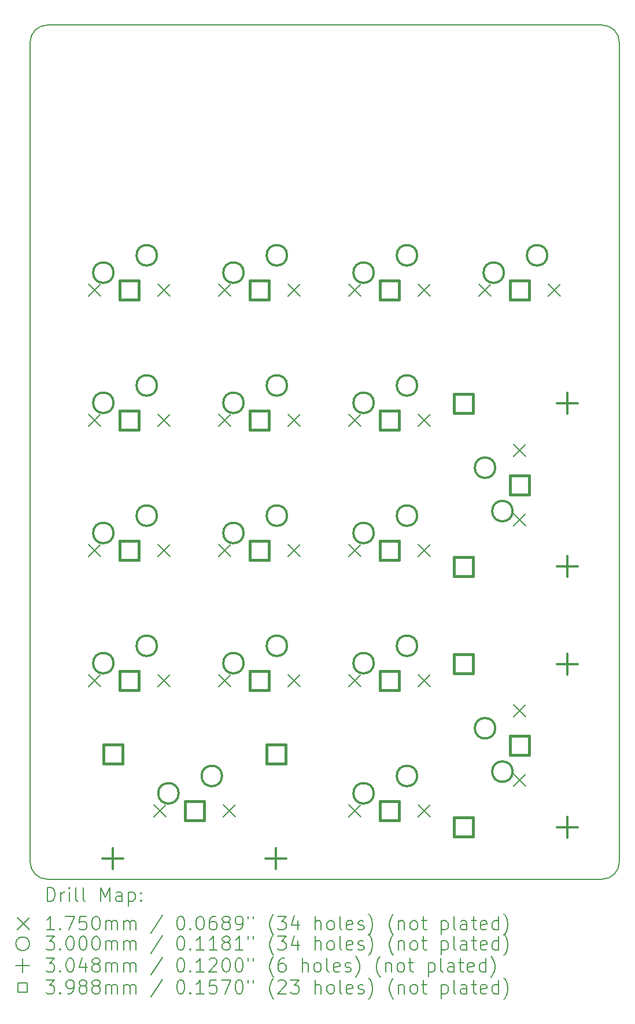
<source format=gbr>
%TF.GenerationSoftware,KiCad,Pcbnew,8.0.6*%
%TF.CreationDate,2024-12-20T23:32:33+08:00*%
%TF.ProjectId,keyboard,6b657962-6f61-4726-942e-6b696361645f,rev?*%
%TF.SameCoordinates,Original*%
%TF.FileFunction,Drillmap*%
%TF.FilePolarity,Positive*%
%FSLAX45Y45*%
G04 Gerber Fmt 4.5, Leading zero omitted, Abs format (unit mm)*
G04 Created by KiCad (PCBNEW 8.0.6) date 2024-12-20 23:32:33*
%MOMM*%
%LPD*%
G01*
G04 APERTURE LIST*
%ADD10C,0.200000*%
%ADD11C,0.175000*%
%ADD12C,0.300000*%
%ADD13C,0.304800*%
%ADD14C,0.398780*%
G04 APERTURE END LIST*
D10*
X33175000Y-24750000D02*
G75*
G02*
X32925000Y-25000000I-250000J0D01*
G01*
X24800000Y-25000000D02*
G75*
G02*
X24550000Y-24750000I0J250000D01*
G01*
X24550000Y-12750000D02*
G75*
G02*
X24800000Y-12500000I250000J0D01*
G01*
X32925000Y-12500000D02*
G75*
G02*
X33175000Y-12750000I0J-250000D01*
G01*
X33175000Y-12750000D02*
X33175000Y-24750000D01*
X24800000Y-12500000D02*
X32925000Y-12500000D01*
X24550000Y-24750000D02*
X24550000Y-12750000D01*
X32925000Y-25000000D02*
X24800000Y-25000000D01*
D11*
X25407000Y-16290000D02*
X25582000Y-16465000D01*
X25582000Y-16290000D02*
X25407000Y-16465000D01*
X25407000Y-18195000D02*
X25582000Y-18370000D01*
X25582000Y-18195000D02*
X25407000Y-18370000D01*
X25407000Y-20100000D02*
X25582000Y-20275000D01*
X25582000Y-20100000D02*
X25407000Y-20275000D01*
X25407000Y-22005000D02*
X25582000Y-22180000D01*
X25582000Y-22005000D02*
X25407000Y-22180000D01*
X26359500Y-23910000D02*
X26534500Y-24085000D01*
X26534500Y-23910000D02*
X26359500Y-24085000D01*
X26423000Y-16290000D02*
X26598000Y-16465000D01*
X26598000Y-16290000D02*
X26423000Y-16465000D01*
X26423000Y-18195000D02*
X26598000Y-18370000D01*
X26598000Y-18195000D02*
X26423000Y-18370000D01*
X26423000Y-20100000D02*
X26598000Y-20275000D01*
X26598000Y-20100000D02*
X26423000Y-20275000D01*
X26423000Y-22005000D02*
X26598000Y-22180000D01*
X26598000Y-22005000D02*
X26423000Y-22180000D01*
X27312000Y-16290000D02*
X27487000Y-16465000D01*
X27487000Y-16290000D02*
X27312000Y-16465000D01*
X27312000Y-18195000D02*
X27487000Y-18370000D01*
X27487000Y-18195000D02*
X27312000Y-18370000D01*
X27312000Y-20100000D02*
X27487000Y-20275000D01*
X27487000Y-20100000D02*
X27312000Y-20275000D01*
X27312000Y-22005000D02*
X27487000Y-22180000D01*
X27487000Y-22005000D02*
X27312000Y-22180000D01*
X27375500Y-23910000D02*
X27550500Y-24085000D01*
X27550500Y-23910000D02*
X27375500Y-24085000D01*
X28328000Y-16290000D02*
X28503000Y-16465000D01*
X28503000Y-16290000D02*
X28328000Y-16465000D01*
X28328000Y-18195000D02*
X28503000Y-18370000D01*
X28503000Y-18195000D02*
X28328000Y-18370000D01*
X28328000Y-20100000D02*
X28503000Y-20275000D01*
X28503000Y-20100000D02*
X28328000Y-20275000D01*
X28328000Y-22005000D02*
X28503000Y-22180000D01*
X28503000Y-22005000D02*
X28328000Y-22180000D01*
X29217000Y-16290000D02*
X29392000Y-16465000D01*
X29392000Y-16290000D02*
X29217000Y-16465000D01*
X29217000Y-18195000D02*
X29392000Y-18370000D01*
X29392000Y-18195000D02*
X29217000Y-18370000D01*
X29217000Y-20100000D02*
X29392000Y-20275000D01*
X29392000Y-20100000D02*
X29217000Y-20275000D01*
X29217000Y-22005000D02*
X29392000Y-22180000D01*
X29392000Y-22005000D02*
X29217000Y-22180000D01*
X29217000Y-23910000D02*
X29392000Y-24085000D01*
X29392000Y-23910000D02*
X29217000Y-24085000D01*
X30233000Y-16290000D02*
X30408000Y-16465000D01*
X30408000Y-16290000D02*
X30233000Y-16465000D01*
X30233000Y-18195000D02*
X30408000Y-18370000D01*
X30408000Y-18195000D02*
X30233000Y-18370000D01*
X30233000Y-20100000D02*
X30408000Y-20275000D01*
X30408000Y-20100000D02*
X30233000Y-20275000D01*
X30233000Y-22005000D02*
X30408000Y-22180000D01*
X30408000Y-22005000D02*
X30233000Y-22180000D01*
X30233000Y-23910000D02*
X30408000Y-24085000D01*
X30408000Y-23910000D02*
X30233000Y-24085000D01*
X31122000Y-16290000D02*
X31297000Y-16465000D01*
X31297000Y-16290000D02*
X31122000Y-16465000D01*
X31630000Y-18636500D02*
X31805000Y-18811500D01*
X31805000Y-18636500D02*
X31630000Y-18811500D01*
X31630000Y-19652500D02*
X31805000Y-19827500D01*
X31805000Y-19652500D02*
X31630000Y-19827500D01*
X31630000Y-22449500D02*
X31805000Y-22624500D01*
X31805000Y-22449500D02*
X31630000Y-22624500D01*
X31630000Y-23465500D02*
X31805000Y-23640500D01*
X31805000Y-23465500D02*
X31630000Y-23640500D01*
X32138000Y-16290000D02*
X32313000Y-16465000D01*
X32313000Y-16290000D02*
X32138000Y-16465000D01*
D12*
X25771500Y-16123500D02*
G75*
G02*
X25471500Y-16123500I-150000J0D01*
G01*
X25471500Y-16123500D02*
G75*
G02*
X25771500Y-16123500I150000J0D01*
G01*
X25771500Y-18028500D02*
G75*
G02*
X25471500Y-18028500I-150000J0D01*
G01*
X25471500Y-18028500D02*
G75*
G02*
X25771500Y-18028500I150000J0D01*
G01*
X25771500Y-19933500D02*
G75*
G02*
X25471500Y-19933500I-150000J0D01*
G01*
X25471500Y-19933500D02*
G75*
G02*
X25771500Y-19933500I150000J0D01*
G01*
X25771500Y-21838500D02*
G75*
G02*
X25471500Y-21838500I-150000J0D01*
G01*
X25471500Y-21838500D02*
G75*
G02*
X25771500Y-21838500I150000J0D01*
G01*
X26406500Y-15869500D02*
G75*
G02*
X26106500Y-15869500I-150000J0D01*
G01*
X26106500Y-15869500D02*
G75*
G02*
X26406500Y-15869500I150000J0D01*
G01*
X26406500Y-17774500D02*
G75*
G02*
X26106500Y-17774500I-150000J0D01*
G01*
X26106500Y-17774500D02*
G75*
G02*
X26406500Y-17774500I150000J0D01*
G01*
X26406500Y-19679500D02*
G75*
G02*
X26106500Y-19679500I-150000J0D01*
G01*
X26106500Y-19679500D02*
G75*
G02*
X26406500Y-19679500I150000J0D01*
G01*
X26406500Y-21584500D02*
G75*
G02*
X26106500Y-21584500I-150000J0D01*
G01*
X26106500Y-21584500D02*
G75*
G02*
X26406500Y-21584500I150000J0D01*
G01*
X26724000Y-23743500D02*
G75*
G02*
X26424000Y-23743500I-150000J0D01*
G01*
X26424000Y-23743500D02*
G75*
G02*
X26724000Y-23743500I150000J0D01*
G01*
X27359000Y-23489500D02*
G75*
G02*
X27059000Y-23489500I-150000J0D01*
G01*
X27059000Y-23489500D02*
G75*
G02*
X27359000Y-23489500I150000J0D01*
G01*
X27676500Y-16123500D02*
G75*
G02*
X27376500Y-16123500I-150000J0D01*
G01*
X27376500Y-16123500D02*
G75*
G02*
X27676500Y-16123500I150000J0D01*
G01*
X27676500Y-18028500D02*
G75*
G02*
X27376500Y-18028500I-150000J0D01*
G01*
X27376500Y-18028500D02*
G75*
G02*
X27676500Y-18028500I150000J0D01*
G01*
X27676500Y-19933500D02*
G75*
G02*
X27376500Y-19933500I-150000J0D01*
G01*
X27376500Y-19933500D02*
G75*
G02*
X27676500Y-19933500I150000J0D01*
G01*
X27676500Y-21838500D02*
G75*
G02*
X27376500Y-21838500I-150000J0D01*
G01*
X27376500Y-21838500D02*
G75*
G02*
X27676500Y-21838500I150000J0D01*
G01*
X28311500Y-15869500D02*
G75*
G02*
X28011500Y-15869500I-150000J0D01*
G01*
X28011500Y-15869500D02*
G75*
G02*
X28311500Y-15869500I150000J0D01*
G01*
X28311500Y-17774500D02*
G75*
G02*
X28011500Y-17774500I-150000J0D01*
G01*
X28011500Y-17774500D02*
G75*
G02*
X28311500Y-17774500I150000J0D01*
G01*
X28311500Y-19679500D02*
G75*
G02*
X28011500Y-19679500I-150000J0D01*
G01*
X28011500Y-19679500D02*
G75*
G02*
X28311500Y-19679500I150000J0D01*
G01*
X28311500Y-21584500D02*
G75*
G02*
X28011500Y-21584500I-150000J0D01*
G01*
X28011500Y-21584500D02*
G75*
G02*
X28311500Y-21584500I150000J0D01*
G01*
X29581500Y-16123500D02*
G75*
G02*
X29281500Y-16123500I-150000J0D01*
G01*
X29281500Y-16123500D02*
G75*
G02*
X29581500Y-16123500I150000J0D01*
G01*
X29581500Y-18028500D02*
G75*
G02*
X29281500Y-18028500I-150000J0D01*
G01*
X29281500Y-18028500D02*
G75*
G02*
X29581500Y-18028500I150000J0D01*
G01*
X29581500Y-19933500D02*
G75*
G02*
X29281500Y-19933500I-150000J0D01*
G01*
X29281500Y-19933500D02*
G75*
G02*
X29581500Y-19933500I150000J0D01*
G01*
X29581500Y-21838500D02*
G75*
G02*
X29281500Y-21838500I-150000J0D01*
G01*
X29281500Y-21838500D02*
G75*
G02*
X29581500Y-21838500I150000J0D01*
G01*
X29581500Y-23743500D02*
G75*
G02*
X29281500Y-23743500I-150000J0D01*
G01*
X29281500Y-23743500D02*
G75*
G02*
X29581500Y-23743500I150000J0D01*
G01*
X30216500Y-15869500D02*
G75*
G02*
X29916500Y-15869500I-150000J0D01*
G01*
X29916500Y-15869500D02*
G75*
G02*
X30216500Y-15869500I150000J0D01*
G01*
X30216500Y-17774500D02*
G75*
G02*
X29916500Y-17774500I-150000J0D01*
G01*
X29916500Y-17774500D02*
G75*
G02*
X30216500Y-17774500I150000J0D01*
G01*
X30216500Y-19679500D02*
G75*
G02*
X29916500Y-19679500I-150000J0D01*
G01*
X29916500Y-19679500D02*
G75*
G02*
X30216500Y-19679500I150000J0D01*
G01*
X30216500Y-21584500D02*
G75*
G02*
X29916500Y-21584500I-150000J0D01*
G01*
X29916500Y-21584500D02*
G75*
G02*
X30216500Y-21584500I150000J0D01*
G01*
X30216500Y-23489500D02*
G75*
G02*
X29916500Y-23489500I-150000J0D01*
G01*
X29916500Y-23489500D02*
G75*
G02*
X30216500Y-23489500I150000J0D01*
G01*
X31359500Y-18978000D02*
G75*
G02*
X31059500Y-18978000I-150000J0D01*
G01*
X31059500Y-18978000D02*
G75*
G02*
X31359500Y-18978000I150000J0D01*
G01*
X31359500Y-22791000D02*
G75*
G02*
X31059500Y-22791000I-150000J0D01*
G01*
X31059500Y-22791000D02*
G75*
G02*
X31359500Y-22791000I150000J0D01*
G01*
X31486500Y-16123500D02*
G75*
G02*
X31186500Y-16123500I-150000J0D01*
G01*
X31186500Y-16123500D02*
G75*
G02*
X31486500Y-16123500I150000J0D01*
G01*
X31613500Y-19613000D02*
G75*
G02*
X31313500Y-19613000I-150000J0D01*
G01*
X31313500Y-19613000D02*
G75*
G02*
X31613500Y-19613000I150000J0D01*
G01*
X31613500Y-23426000D02*
G75*
G02*
X31313500Y-23426000I-150000J0D01*
G01*
X31313500Y-23426000D02*
G75*
G02*
X31613500Y-23426000I150000J0D01*
G01*
X32121500Y-15869500D02*
G75*
G02*
X31821500Y-15869500I-150000J0D01*
G01*
X31821500Y-15869500D02*
G75*
G02*
X32121500Y-15869500I150000J0D01*
G01*
D13*
X25761200Y-24543600D02*
X25761200Y-24848400D01*
X25608800Y-24696000D02*
X25913600Y-24696000D01*
X28148800Y-24543600D02*
X28148800Y-24848400D01*
X27996400Y-24696000D02*
X28301200Y-24696000D01*
X32416000Y-17885800D02*
X32416000Y-18190600D01*
X32263600Y-18038200D02*
X32568400Y-18038200D01*
X32416000Y-20273400D02*
X32416000Y-20578200D01*
X32263600Y-20425800D02*
X32568400Y-20425800D01*
X32416000Y-21698800D02*
X32416000Y-22003600D01*
X32263600Y-21851200D02*
X32568400Y-21851200D01*
X32416000Y-24086400D02*
X32416000Y-24391200D01*
X32263600Y-24238800D02*
X32568400Y-24238800D01*
D14*
X25902191Y-23312991D02*
X25902191Y-23031009D01*
X25620209Y-23031009D01*
X25620209Y-23312991D01*
X25902191Y-23312991D01*
X26143491Y-16518491D02*
X26143491Y-16236509D01*
X25861509Y-16236509D01*
X25861509Y-16518491D01*
X26143491Y-16518491D01*
X26143491Y-18423491D02*
X26143491Y-18141509D01*
X25861509Y-18141509D01*
X25861509Y-18423491D01*
X26143491Y-18423491D01*
X26143491Y-20328491D02*
X26143491Y-20046509D01*
X25861509Y-20046509D01*
X25861509Y-20328491D01*
X26143491Y-20328491D01*
X26143491Y-22233491D02*
X26143491Y-21951509D01*
X25861509Y-21951509D01*
X25861509Y-22233491D01*
X26143491Y-22233491D01*
X27095991Y-24138491D02*
X27095991Y-23856509D01*
X26814009Y-23856509D01*
X26814009Y-24138491D01*
X27095991Y-24138491D01*
X28048491Y-16518491D02*
X28048491Y-16236509D01*
X27766509Y-16236509D01*
X27766509Y-16518491D01*
X28048491Y-16518491D01*
X28048491Y-18423491D02*
X28048491Y-18141509D01*
X27766509Y-18141509D01*
X27766509Y-18423491D01*
X28048491Y-18423491D01*
X28048491Y-20328491D02*
X28048491Y-20046509D01*
X27766509Y-20046509D01*
X27766509Y-20328491D01*
X28048491Y-20328491D01*
X28048491Y-22233491D02*
X28048491Y-21951509D01*
X27766509Y-21951509D01*
X27766509Y-22233491D01*
X28048491Y-22233491D01*
X28289791Y-23312991D02*
X28289791Y-23031009D01*
X28007809Y-23031009D01*
X28007809Y-23312991D01*
X28289791Y-23312991D01*
X29953491Y-16518491D02*
X29953491Y-16236509D01*
X29671509Y-16236509D01*
X29671509Y-16518491D01*
X29953491Y-16518491D01*
X29953491Y-18423491D02*
X29953491Y-18141509D01*
X29671509Y-18141509D01*
X29671509Y-18423491D01*
X29953491Y-18423491D01*
X29953491Y-20328491D02*
X29953491Y-20046509D01*
X29671509Y-20046509D01*
X29671509Y-20328491D01*
X29953491Y-20328491D01*
X29953491Y-22233491D02*
X29953491Y-21951509D01*
X29671509Y-21951509D01*
X29671509Y-22233491D01*
X29953491Y-22233491D01*
X29953491Y-24138491D02*
X29953491Y-23856509D01*
X29671509Y-23856509D01*
X29671509Y-24138491D01*
X29953491Y-24138491D01*
X31032991Y-18179191D02*
X31032991Y-17897209D01*
X30751009Y-17897209D01*
X30751009Y-18179191D01*
X31032991Y-18179191D01*
X31032991Y-20566791D02*
X31032991Y-20284809D01*
X30751009Y-20284809D01*
X30751009Y-20566791D01*
X31032991Y-20566791D01*
X31032991Y-21992191D02*
X31032991Y-21710209D01*
X30751009Y-21710209D01*
X30751009Y-21992191D01*
X31032991Y-21992191D01*
X31032991Y-24379791D02*
X31032991Y-24097809D01*
X30751009Y-24097809D01*
X30751009Y-24379791D01*
X31032991Y-24379791D01*
X31858491Y-16518491D02*
X31858491Y-16236509D01*
X31576509Y-16236509D01*
X31576509Y-16518491D01*
X31858491Y-16518491D01*
X31858491Y-19372991D02*
X31858491Y-19091009D01*
X31576509Y-19091009D01*
X31576509Y-19372991D01*
X31858491Y-19372991D01*
X31858491Y-23185991D02*
X31858491Y-22904009D01*
X31576509Y-22904009D01*
X31576509Y-23185991D01*
X31858491Y-23185991D01*
D10*
X24800777Y-25321484D02*
X24800777Y-25121484D01*
X24800777Y-25121484D02*
X24848396Y-25121484D01*
X24848396Y-25121484D02*
X24876967Y-25131008D01*
X24876967Y-25131008D02*
X24896015Y-25150055D01*
X24896015Y-25150055D02*
X24905539Y-25169103D01*
X24905539Y-25169103D02*
X24915062Y-25207198D01*
X24915062Y-25207198D02*
X24915062Y-25235769D01*
X24915062Y-25235769D02*
X24905539Y-25273865D01*
X24905539Y-25273865D02*
X24896015Y-25292912D01*
X24896015Y-25292912D02*
X24876967Y-25311960D01*
X24876967Y-25311960D02*
X24848396Y-25321484D01*
X24848396Y-25321484D02*
X24800777Y-25321484D01*
X25000777Y-25321484D02*
X25000777Y-25188150D01*
X25000777Y-25226246D02*
X25010301Y-25207198D01*
X25010301Y-25207198D02*
X25019824Y-25197674D01*
X25019824Y-25197674D02*
X25038872Y-25188150D01*
X25038872Y-25188150D02*
X25057920Y-25188150D01*
X25124586Y-25321484D02*
X25124586Y-25188150D01*
X25124586Y-25121484D02*
X25115062Y-25131008D01*
X25115062Y-25131008D02*
X25124586Y-25140531D01*
X25124586Y-25140531D02*
X25134110Y-25131008D01*
X25134110Y-25131008D02*
X25124586Y-25121484D01*
X25124586Y-25121484D02*
X25124586Y-25140531D01*
X25248396Y-25321484D02*
X25229348Y-25311960D01*
X25229348Y-25311960D02*
X25219824Y-25292912D01*
X25219824Y-25292912D02*
X25219824Y-25121484D01*
X25353158Y-25321484D02*
X25334110Y-25311960D01*
X25334110Y-25311960D02*
X25324586Y-25292912D01*
X25324586Y-25292912D02*
X25324586Y-25121484D01*
X25581729Y-25321484D02*
X25581729Y-25121484D01*
X25581729Y-25121484D02*
X25648396Y-25264341D01*
X25648396Y-25264341D02*
X25715062Y-25121484D01*
X25715062Y-25121484D02*
X25715062Y-25321484D01*
X25896015Y-25321484D02*
X25896015Y-25216722D01*
X25896015Y-25216722D02*
X25886491Y-25197674D01*
X25886491Y-25197674D02*
X25867443Y-25188150D01*
X25867443Y-25188150D02*
X25829348Y-25188150D01*
X25829348Y-25188150D02*
X25810301Y-25197674D01*
X25896015Y-25311960D02*
X25876967Y-25321484D01*
X25876967Y-25321484D02*
X25829348Y-25321484D01*
X25829348Y-25321484D02*
X25810301Y-25311960D01*
X25810301Y-25311960D02*
X25800777Y-25292912D01*
X25800777Y-25292912D02*
X25800777Y-25273865D01*
X25800777Y-25273865D02*
X25810301Y-25254817D01*
X25810301Y-25254817D02*
X25829348Y-25245293D01*
X25829348Y-25245293D02*
X25876967Y-25245293D01*
X25876967Y-25245293D02*
X25896015Y-25235769D01*
X25991253Y-25188150D02*
X25991253Y-25388150D01*
X25991253Y-25197674D02*
X26010301Y-25188150D01*
X26010301Y-25188150D02*
X26048396Y-25188150D01*
X26048396Y-25188150D02*
X26067443Y-25197674D01*
X26067443Y-25197674D02*
X26076967Y-25207198D01*
X26076967Y-25207198D02*
X26086491Y-25226246D01*
X26086491Y-25226246D02*
X26086491Y-25283388D01*
X26086491Y-25283388D02*
X26076967Y-25302436D01*
X26076967Y-25302436D02*
X26067443Y-25311960D01*
X26067443Y-25311960D02*
X26048396Y-25321484D01*
X26048396Y-25321484D02*
X26010301Y-25321484D01*
X26010301Y-25321484D02*
X25991253Y-25311960D01*
X26172205Y-25302436D02*
X26181729Y-25311960D01*
X26181729Y-25311960D02*
X26172205Y-25321484D01*
X26172205Y-25321484D02*
X26162682Y-25311960D01*
X26162682Y-25311960D02*
X26172205Y-25302436D01*
X26172205Y-25302436D02*
X26172205Y-25321484D01*
X26172205Y-25197674D02*
X26181729Y-25207198D01*
X26181729Y-25207198D02*
X26172205Y-25216722D01*
X26172205Y-25216722D02*
X26162682Y-25207198D01*
X26162682Y-25207198D02*
X26172205Y-25197674D01*
X26172205Y-25197674D02*
X26172205Y-25216722D01*
D11*
X24365000Y-25562500D02*
X24540000Y-25737500D01*
X24540000Y-25562500D02*
X24365000Y-25737500D01*
D10*
X24905539Y-25741484D02*
X24791253Y-25741484D01*
X24848396Y-25741484D02*
X24848396Y-25541484D01*
X24848396Y-25541484D02*
X24829348Y-25570055D01*
X24829348Y-25570055D02*
X24810301Y-25589103D01*
X24810301Y-25589103D02*
X24791253Y-25598627D01*
X24991253Y-25722436D02*
X25000777Y-25731960D01*
X25000777Y-25731960D02*
X24991253Y-25741484D01*
X24991253Y-25741484D02*
X24981729Y-25731960D01*
X24981729Y-25731960D02*
X24991253Y-25722436D01*
X24991253Y-25722436D02*
X24991253Y-25741484D01*
X25067443Y-25541484D02*
X25200777Y-25541484D01*
X25200777Y-25541484D02*
X25115062Y-25741484D01*
X25372205Y-25541484D02*
X25276967Y-25541484D01*
X25276967Y-25541484D02*
X25267443Y-25636722D01*
X25267443Y-25636722D02*
X25276967Y-25627198D01*
X25276967Y-25627198D02*
X25296015Y-25617674D01*
X25296015Y-25617674D02*
X25343634Y-25617674D01*
X25343634Y-25617674D02*
X25362682Y-25627198D01*
X25362682Y-25627198D02*
X25372205Y-25636722D01*
X25372205Y-25636722D02*
X25381729Y-25655769D01*
X25381729Y-25655769D02*
X25381729Y-25703388D01*
X25381729Y-25703388D02*
X25372205Y-25722436D01*
X25372205Y-25722436D02*
X25362682Y-25731960D01*
X25362682Y-25731960D02*
X25343634Y-25741484D01*
X25343634Y-25741484D02*
X25296015Y-25741484D01*
X25296015Y-25741484D02*
X25276967Y-25731960D01*
X25276967Y-25731960D02*
X25267443Y-25722436D01*
X25505539Y-25541484D02*
X25524586Y-25541484D01*
X25524586Y-25541484D02*
X25543634Y-25551008D01*
X25543634Y-25551008D02*
X25553158Y-25560531D01*
X25553158Y-25560531D02*
X25562682Y-25579579D01*
X25562682Y-25579579D02*
X25572205Y-25617674D01*
X25572205Y-25617674D02*
X25572205Y-25665293D01*
X25572205Y-25665293D02*
X25562682Y-25703388D01*
X25562682Y-25703388D02*
X25553158Y-25722436D01*
X25553158Y-25722436D02*
X25543634Y-25731960D01*
X25543634Y-25731960D02*
X25524586Y-25741484D01*
X25524586Y-25741484D02*
X25505539Y-25741484D01*
X25505539Y-25741484D02*
X25486491Y-25731960D01*
X25486491Y-25731960D02*
X25476967Y-25722436D01*
X25476967Y-25722436D02*
X25467443Y-25703388D01*
X25467443Y-25703388D02*
X25457920Y-25665293D01*
X25457920Y-25665293D02*
X25457920Y-25617674D01*
X25457920Y-25617674D02*
X25467443Y-25579579D01*
X25467443Y-25579579D02*
X25476967Y-25560531D01*
X25476967Y-25560531D02*
X25486491Y-25551008D01*
X25486491Y-25551008D02*
X25505539Y-25541484D01*
X25657920Y-25741484D02*
X25657920Y-25608150D01*
X25657920Y-25627198D02*
X25667443Y-25617674D01*
X25667443Y-25617674D02*
X25686491Y-25608150D01*
X25686491Y-25608150D02*
X25715063Y-25608150D01*
X25715063Y-25608150D02*
X25734110Y-25617674D01*
X25734110Y-25617674D02*
X25743634Y-25636722D01*
X25743634Y-25636722D02*
X25743634Y-25741484D01*
X25743634Y-25636722D02*
X25753158Y-25617674D01*
X25753158Y-25617674D02*
X25772205Y-25608150D01*
X25772205Y-25608150D02*
X25800777Y-25608150D01*
X25800777Y-25608150D02*
X25819824Y-25617674D01*
X25819824Y-25617674D02*
X25829348Y-25636722D01*
X25829348Y-25636722D02*
X25829348Y-25741484D01*
X25924586Y-25741484D02*
X25924586Y-25608150D01*
X25924586Y-25627198D02*
X25934110Y-25617674D01*
X25934110Y-25617674D02*
X25953158Y-25608150D01*
X25953158Y-25608150D02*
X25981729Y-25608150D01*
X25981729Y-25608150D02*
X26000777Y-25617674D01*
X26000777Y-25617674D02*
X26010301Y-25636722D01*
X26010301Y-25636722D02*
X26010301Y-25741484D01*
X26010301Y-25636722D02*
X26019824Y-25617674D01*
X26019824Y-25617674D02*
X26038872Y-25608150D01*
X26038872Y-25608150D02*
X26067443Y-25608150D01*
X26067443Y-25608150D02*
X26086491Y-25617674D01*
X26086491Y-25617674D02*
X26096015Y-25636722D01*
X26096015Y-25636722D02*
X26096015Y-25741484D01*
X26486491Y-25531960D02*
X26315063Y-25789103D01*
X26743634Y-25541484D02*
X26762682Y-25541484D01*
X26762682Y-25541484D02*
X26781729Y-25551008D01*
X26781729Y-25551008D02*
X26791253Y-25560531D01*
X26791253Y-25560531D02*
X26800777Y-25579579D01*
X26800777Y-25579579D02*
X26810301Y-25617674D01*
X26810301Y-25617674D02*
X26810301Y-25665293D01*
X26810301Y-25665293D02*
X26800777Y-25703388D01*
X26800777Y-25703388D02*
X26791253Y-25722436D01*
X26791253Y-25722436D02*
X26781729Y-25731960D01*
X26781729Y-25731960D02*
X26762682Y-25741484D01*
X26762682Y-25741484D02*
X26743634Y-25741484D01*
X26743634Y-25741484D02*
X26724586Y-25731960D01*
X26724586Y-25731960D02*
X26715063Y-25722436D01*
X26715063Y-25722436D02*
X26705539Y-25703388D01*
X26705539Y-25703388D02*
X26696015Y-25665293D01*
X26696015Y-25665293D02*
X26696015Y-25617674D01*
X26696015Y-25617674D02*
X26705539Y-25579579D01*
X26705539Y-25579579D02*
X26715063Y-25560531D01*
X26715063Y-25560531D02*
X26724586Y-25551008D01*
X26724586Y-25551008D02*
X26743634Y-25541484D01*
X26896015Y-25722436D02*
X26905539Y-25731960D01*
X26905539Y-25731960D02*
X26896015Y-25741484D01*
X26896015Y-25741484D02*
X26886491Y-25731960D01*
X26886491Y-25731960D02*
X26896015Y-25722436D01*
X26896015Y-25722436D02*
X26896015Y-25741484D01*
X27029348Y-25541484D02*
X27048396Y-25541484D01*
X27048396Y-25541484D02*
X27067444Y-25551008D01*
X27067444Y-25551008D02*
X27076967Y-25560531D01*
X27076967Y-25560531D02*
X27086491Y-25579579D01*
X27086491Y-25579579D02*
X27096015Y-25617674D01*
X27096015Y-25617674D02*
X27096015Y-25665293D01*
X27096015Y-25665293D02*
X27086491Y-25703388D01*
X27086491Y-25703388D02*
X27076967Y-25722436D01*
X27076967Y-25722436D02*
X27067444Y-25731960D01*
X27067444Y-25731960D02*
X27048396Y-25741484D01*
X27048396Y-25741484D02*
X27029348Y-25741484D01*
X27029348Y-25741484D02*
X27010301Y-25731960D01*
X27010301Y-25731960D02*
X27000777Y-25722436D01*
X27000777Y-25722436D02*
X26991253Y-25703388D01*
X26991253Y-25703388D02*
X26981729Y-25665293D01*
X26981729Y-25665293D02*
X26981729Y-25617674D01*
X26981729Y-25617674D02*
X26991253Y-25579579D01*
X26991253Y-25579579D02*
X27000777Y-25560531D01*
X27000777Y-25560531D02*
X27010301Y-25551008D01*
X27010301Y-25551008D02*
X27029348Y-25541484D01*
X27267444Y-25541484D02*
X27229348Y-25541484D01*
X27229348Y-25541484D02*
X27210301Y-25551008D01*
X27210301Y-25551008D02*
X27200777Y-25560531D01*
X27200777Y-25560531D02*
X27181729Y-25589103D01*
X27181729Y-25589103D02*
X27172206Y-25627198D01*
X27172206Y-25627198D02*
X27172206Y-25703388D01*
X27172206Y-25703388D02*
X27181729Y-25722436D01*
X27181729Y-25722436D02*
X27191253Y-25731960D01*
X27191253Y-25731960D02*
X27210301Y-25741484D01*
X27210301Y-25741484D02*
X27248396Y-25741484D01*
X27248396Y-25741484D02*
X27267444Y-25731960D01*
X27267444Y-25731960D02*
X27276967Y-25722436D01*
X27276967Y-25722436D02*
X27286491Y-25703388D01*
X27286491Y-25703388D02*
X27286491Y-25655769D01*
X27286491Y-25655769D02*
X27276967Y-25636722D01*
X27276967Y-25636722D02*
X27267444Y-25627198D01*
X27267444Y-25627198D02*
X27248396Y-25617674D01*
X27248396Y-25617674D02*
X27210301Y-25617674D01*
X27210301Y-25617674D02*
X27191253Y-25627198D01*
X27191253Y-25627198D02*
X27181729Y-25636722D01*
X27181729Y-25636722D02*
X27172206Y-25655769D01*
X27400777Y-25627198D02*
X27381729Y-25617674D01*
X27381729Y-25617674D02*
X27372206Y-25608150D01*
X27372206Y-25608150D02*
X27362682Y-25589103D01*
X27362682Y-25589103D02*
X27362682Y-25579579D01*
X27362682Y-25579579D02*
X27372206Y-25560531D01*
X27372206Y-25560531D02*
X27381729Y-25551008D01*
X27381729Y-25551008D02*
X27400777Y-25541484D01*
X27400777Y-25541484D02*
X27438872Y-25541484D01*
X27438872Y-25541484D02*
X27457920Y-25551008D01*
X27457920Y-25551008D02*
X27467444Y-25560531D01*
X27467444Y-25560531D02*
X27476967Y-25579579D01*
X27476967Y-25579579D02*
X27476967Y-25589103D01*
X27476967Y-25589103D02*
X27467444Y-25608150D01*
X27467444Y-25608150D02*
X27457920Y-25617674D01*
X27457920Y-25617674D02*
X27438872Y-25627198D01*
X27438872Y-25627198D02*
X27400777Y-25627198D01*
X27400777Y-25627198D02*
X27381729Y-25636722D01*
X27381729Y-25636722D02*
X27372206Y-25646246D01*
X27372206Y-25646246D02*
X27362682Y-25665293D01*
X27362682Y-25665293D02*
X27362682Y-25703388D01*
X27362682Y-25703388D02*
X27372206Y-25722436D01*
X27372206Y-25722436D02*
X27381729Y-25731960D01*
X27381729Y-25731960D02*
X27400777Y-25741484D01*
X27400777Y-25741484D02*
X27438872Y-25741484D01*
X27438872Y-25741484D02*
X27457920Y-25731960D01*
X27457920Y-25731960D02*
X27467444Y-25722436D01*
X27467444Y-25722436D02*
X27476967Y-25703388D01*
X27476967Y-25703388D02*
X27476967Y-25665293D01*
X27476967Y-25665293D02*
X27467444Y-25646246D01*
X27467444Y-25646246D02*
X27457920Y-25636722D01*
X27457920Y-25636722D02*
X27438872Y-25627198D01*
X27572206Y-25741484D02*
X27610301Y-25741484D01*
X27610301Y-25741484D02*
X27629348Y-25731960D01*
X27629348Y-25731960D02*
X27638872Y-25722436D01*
X27638872Y-25722436D02*
X27657920Y-25693865D01*
X27657920Y-25693865D02*
X27667444Y-25655769D01*
X27667444Y-25655769D02*
X27667444Y-25579579D01*
X27667444Y-25579579D02*
X27657920Y-25560531D01*
X27657920Y-25560531D02*
X27648396Y-25551008D01*
X27648396Y-25551008D02*
X27629348Y-25541484D01*
X27629348Y-25541484D02*
X27591253Y-25541484D01*
X27591253Y-25541484D02*
X27572206Y-25551008D01*
X27572206Y-25551008D02*
X27562682Y-25560531D01*
X27562682Y-25560531D02*
X27553158Y-25579579D01*
X27553158Y-25579579D02*
X27553158Y-25627198D01*
X27553158Y-25627198D02*
X27562682Y-25646246D01*
X27562682Y-25646246D02*
X27572206Y-25655769D01*
X27572206Y-25655769D02*
X27591253Y-25665293D01*
X27591253Y-25665293D02*
X27629348Y-25665293D01*
X27629348Y-25665293D02*
X27648396Y-25655769D01*
X27648396Y-25655769D02*
X27657920Y-25646246D01*
X27657920Y-25646246D02*
X27667444Y-25627198D01*
X27743634Y-25541484D02*
X27743634Y-25579579D01*
X27819825Y-25541484D02*
X27819825Y-25579579D01*
X28115063Y-25817674D02*
X28105539Y-25808150D01*
X28105539Y-25808150D02*
X28086491Y-25779579D01*
X28086491Y-25779579D02*
X28076968Y-25760531D01*
X28076968Y-25760531D02*
X28067444Y-25731960D01*
X28067444Y-25731960D02*
X28057920Y-25684341D01*
X28057920Y-25684341D02*
X28057920Y-25646246D01*
X28057920Y-25646246D02*
X28067444Y-25598627D01*
X28067444Y-25598627D02*
X28076968Y-25570055D01*
X28076968Y-25570055D02*
X28086491Y-25551008D01*
X28086491Y-25551008D02*
X28105539Y-25522436D01*
X28105539Y-25522436D02*
X28115063Y-25512912D01*
X28172206Y-25541484D02*
X28296015Y-25541484D01*
X28296015Y-25541484D02*
X28229348Y-25617674D01*
X28229348Y-25617674D02*
X28257920Y-25617674D01*
X28257920Y-25617674D02*
X28276968Y-25627198D01*
X28276968Y-25627198D02*
X28286491Y-25636722D01*
X28286491Y-25636722D02*
X28296015Y-25655769D01*
X28296015Y-25655769D02*
X28296015Y-25703388D01*
X28296015Y-25703388D02*
X28286491Y-25722436D01*
X28286491Y-25722436D02*
X28276968Y-25731960D01*
X28276968Y-25731960D02*
X28257920Y-25741484D01*
X28257920Y-25741484D02*
X28200777Y-25741484D01*
X28200777Y-25741484D02*
X28181729Y-25731960D01*
X28181729Y-25731960D02*
X28172206Y-25722436D01*
X28467444Y-25608150D02*
X28467444Y-25741484D01*
X28419825Y-25531960D02*
X28372206Y-25674817D01*
X28372206Y-25674817D02*
X28496015Y-25674817D01*
X28724587Y-25741484D02*
X28724587Y-25541484D01*
X28810301Y-25741484D02*
X28810301Y-25636722D01*
X28810301Y-25636722D02*
X28800777Y-25617674D01*
X28800777Y-25617674D02*
X28781730Y-25608150D01*
X28781730Y-25608150D02*
X28753158Y-25608150D01*
X28753158Y-25608150D02*
X28734110Y-25617674D01*
X28734110Y-25617674D02*
X28724587Y-25627198D01*
X28934110Y-25741484D02*
X28915063Y-25731960D01*
X28915063Y-25731960D02*
X28905539Y-25722436D01*
X28905539Y-25722436D02*
X28896015Y-25703388D01*
X28896015Y-25703388D02*
X28896015Y-25646246D01*
X28896015Y-25646246D02*
X28905539Y-25627198D01*
X28905539Y-25627198D02*
X28915063Y-25617674D01*
X28915063Y-25617674D02*
X28934110Y-25608150D01*
X28934110Y-25608150D02*
X28962682Y-25608150D01*
X28962682Y-25608150D02*
X28981730Y-25617674D01*
X28981730Y-25617674D02*
X28991253Y-25627198D01*
X28991253Y-25627198D02*
X29000777Y-25646246D01*
X29000777Y-25646246D02*
X29000777Y-25703388D01*
X29000777Y-25703388D02*
X28991253Y-25722436D01*
X28991253Y-25722436D02*
X28981730Y-25731960D01*
X28981730Y-25731960D02*
X28962682Y-25741484D01*
X28962682Y-25741484D02*
X28934110Y-25741484D01*
X29115063Y-25741484D02*
X29096015Y-25731960D01*
X29096015Y-25731960D02*
X29086491Y-25712912D01*
X29086491Y-25712912D02*
X29086491Y-25541484D01*
X29267444Y-25731960D02*
X29248396Y-25741484D01*
X29248396Y-25741484D02*
X29210301Y-25741484D01*
X29210301Y-25741484D02*
X29191253Y-25731960D01*
X29191253Y-25731960D02*
X29181730Y-25712912D01*
X29181730Y-25712912D02*
X29181730Y-25636722D01*
X29181730Y-25636722D02*
X29191253Y-25617674D01*
X29191253Y-25617674D02*
X29210301Y-25608150D01*
X29210301Y-25608150D02*
X29248396Y-25608150D01*
X29248396Y-25608150D02*
X29267444Y-25617674D01*
X29267444Y-25617674D02*
X29276968Y-25636722D01*
X29276968Y-25636722D02*
X29276968Y-25655769D01*
X29276968Y-25655769D02*
X29181730Y-25674817D01*
X29353158Y-25731960D02*
X29372206Y-25741484D01*
X29372206Y-25741484D02*
X29410301Y-25741484D01*
X29410301Y-25741484D02*
X29429349Y-25731960D01*
X29429349Y-25731960D02*
X29438872Y-25712912D01*
X29438872Y-25712912D02*
X29438872Y-25703388D01*
X29438872Y-25703388D02*
X29429349Y-25684341D01*
X29429349Y-25684341D02*
X29410301Y-25674817D01*
X29410301Y-25674817D02*
X29381730Y-25674817D01*
X29381730Y-25674817D02*
X29362682Y-25665293D01*
X29362682Y-25665293D02*
X29353158Y-25646246D01*
X29353158Y-25646246D02*
X29353158Y-25636722D01*
X29353158Y-25636722D02*
X29362682Y-25617674D01*
X29362682Y-25617674D02*
X29381730Y-25608150D01*
X29381730Y-25608150D02*
X29410301Y-25608150D01*
X29410301Y-25608150D02*
X29429349Y-25617674D01*
X29505539Y-25817674D02*
X29515063Y-25808150D01*
X29515063Y-25808150D02*
X29534111Y-25779579D01*
X29534111Y-25779579D02*
X29543634Y-25760531D01*
X29543634Y-25760531D02*
X29553158Y-25731960D01*
X29553158Y-25731960D02*
X29562682Y-25684341D01*
X29562682Y-25684341D02*
X29562682Y-25646246D01*
X29562682Y-25646246D02*
X29553158Y-25598627D01*
X29553158Y-25598627D02*
X29543634Y-25570055D01*
X29543634Y-25570055D02*
X29534111Y-25551008D01*
X29534111Y-25551008D02*
X29515063Y-25522436D01*
X29515063Y-25522436D02*
X29505539Y-25512912D01*
X29867444Y-25817674D02*
X29857920Y-25808150D01*
X29857920Y-25808150D02*
X29838872Y-25779579D01*
X29838872Y-25779579D02*
X29829349Y-25760531D01*
X29829349Y-25760531D02*
X29819825Y-25731960D01*
X29819825Y-25731960D02*
X29810301Y-25684341D01*
X29810301Y-25684341D02*
X29810301Y-25646246D01*
X29810301Y-25646246D02*
X29819825Y-25598627D01*
X29819825Y-25598627D02*
X29829349Y-25570055D01*
X29829349Y-25570055D02*
X29838872Y-25551008D01*
X29838872Y-25551008D02*
X29857920Y-25522436D01*
X29857920Y-25522436D02*
X29867444Y-25512912D01*
X29943634Y-25608150D02*
X29943634Y-25741484D01*
X29943634Y-25627198D02*
X29953158Y-25617674D01*
X29953158Y-25617674D02*
X29972206Y-25608150D01*
X29972206Y-25608150D02*
X30000777Y-25608150D01*
X30000777Y-25608150D02*
X30019825Y-25617674D01*
X30019825Y-25617674D02*
X30029349Y-25636722D01*
X30029349Y-25636722D02*
X30029349Y-25741484D01*
X30153158Y-25741484D02*
X30134111Y-25731960D01*
X30134111Y-25731960D02*
X30124587Y-25722436D01*
X30124587Y-25722436D02*
X30115063Y-25703388D01*
X30115063Y-25703388D02*
X30115063Y-25646246D01*
X30115063Y-25646246D02*
X30124587Y-25627198D01*
X30124587Y-25627198D02*
X30134111Y-25617674D01*
X30134111Y-25617674D02*
X30153158Y-25608150D01*
X30153158Y-25608150D02*
X30181730Y-25608150D01*
X30181730Y-25608150D02*
X30200777Y-25617674D01*
X30200777Y-25617674D02*
X30210301Y-25627198D01*
X30210301Y-25627198D02*
X30219825Y-25646246D01*
X30219825Y-25646246D02*
X30219825Y-25703388D01*
X30219825Y-25703388D02*
X30210301Y-25722436D01*
X30210301Y-25722436D02*
X30200777Y-25731960D01*
X30200777Y-25731960D02*
X30181730Y-25741484D01*
X30181730Y-25741484D02*
X30153158Y-25741484D01*
X30276968Y-25608150D02*
X30353158Y-25608150D01*
X30305539Y-25541484D02*
X30305539Y-25712912D01*
X30305539Y-25712912D02*
X30315063Y-25731960D01*
X30315063Y-25731960D02*
X30334111Y-25741484D01*
X30334111Y-25741484D02*
X30353158Y-25741484D01*
X30572206Y-25608150D02*
X30572206Y-25808150D01*
X30572206Y-25617674D02*
X30591253Y-25608150D01*
X30591253Y-25608150D02*
X30629349Y-25608150D01*
X30629349Y-25608150D02*
X30648396Y-25617674D01*
X30648396Y-25617674D02*
X30657920Y-25627198D01*
X30657920Y-25627198D02*
X30667444Y-25646246D01*
X30667444Y-25646246D02*
X30667444Y-25703388D01*
X30667444Y-25703388D02*
X30657920Y-25722436D01*
X30657920Y-25722436D02*
X30648396Y-25731960D01*
X30648396Y-25731960D02*
X30629349Y-25741484D01*
X30629349Y-25741484D02*
X30591253Y-25741484D01*
X30591253Y-25741484D02*
X30572206Y-25731960D01*
X30781730Y-25741484D02*
X30762682Y-25731960D01*
X30762682Y-25731960D02*
X30753158Y-25712912D01*
X30753158Y-25712912D02*
X30753158Y-25541484D01*
X30943634Y-25741484D02*
X30943634Y-25636722D01*
X30943634Y-25636722D02*
X30934111Y-25617674D01*
X30934111Y-25617674D02*
X30915063Y-25608150D01*
X30915063Y-25608150D02*
X30876968Y-25608150D01*
X30876968Y-25608150D02*
X30857920Y-25617674D01*
X30943634Y-25731960D02*
X30924587Y-25741484D01*
X30924587Y-25741484D02*
X30876968Y-25741484D01*
X30876968Y-25741484D02*
X30857920Y-25731960D01*
X30857920Y-25731960D02*
X30848396Y-25712912D01*
X30848396Y-25712912D02*
X30848396Y-25693865D01*
X30848396Y-25693865D02*
X30857920Y-25674817D01*
X30857920Y-25674817D02*
X30876968Y-25665293D01*
X30876968Y-25665293D02*
X30924587Y-25665293D01*
X30924587Y-25665293D02*
X30943634Y-25655769D01*
X31010301Y-25608150D02*
X31086492Y-25608150D01*
X31038873Y-25541484D02*
X31038873Y-25712912D01*
X31038873Y-25712912D02*
X31048396Y-25731960D01*
X31048396Y-25731960D02*
X31067444Y-25741484D01*
X31067444Y-25741484D02*
X31086492Y-25741484D01*
X31229349Y-25731960D02*
X31210301Y-25741484D01*
X31210301Y-25741484D02*
X31172206Y-25741484D01*
X31172206Y-25741484D02*
X31153158Y-25731960D01*
X31153158Y-25731960D02*
X31143634Y-25712912D01*
X31143634Y-25712912D02*
X31143634Y-25636722D01*
X31143634Y-25636722D02*
X31153158Y-25617674D01*
X31153158Y-25617674D02*
X31172206Y-25608150D01*
X31172206Y-25608150D02*
X31210301Y-25608150D01*
X31210301Y-25608150D02*
X31229349Y-25617674D01*
X31229349Y-25617674D02*
X31238873Y-25636722D01*
X31238873Y-25636722D02*
X31238873Y-25655769D01*
X31238873Y-25655769D02*
X31143634Y-25674817D01*
X31410301Y-25741484D02*
X31410301Y-25541484D01*
X31410301Y-25731960D02*
X31391254Y-25741484D01*
X31391254Y-25741484D02*
X31353158Y-25741484D01*
X31353158Y-25741484D02*
X31334111Y-25731960D01*
X31334111Y-25731960D02*
X31324587Y-25722436D01*
X31324587Y-25722436D02*
X31315063Y-25703388D01*
X31315063Y-25703388D02*
X31315063Y-25646246D01*
X31315063Y-25646246D02*
X31324587Y-25627198D01*
X31324587Y-25627198D02*
X31334111Y-25617674D01*
X31334111Y-25617674D02*
X31353158Y-25608150D01*
X31353158Y-25608150D02*
X31391254Y-25608150D01*
X31391254Y-25608150D02*
X31410301Y-25617674D01*
X31486492Y-25817674D02*
X31496015Y-25808150D01*
X31496015Y-25808150D02*
X31515063Y-25779579D01*
X31515063Y-25779579D02*
X31524587Y-25760531D01*
X31524587Y-25760531D02*
X31534111Y-25731960D01*
X31534111Y-25731960D02*
X31543634Y-25684341D01*
X31543634Y-25684341D02*
X31543634Y-25646246D01*
X31543634Y-25646246D02*
X31534111Y-25598627D01*
X31534111Y-25598627D02*
X31524587Y-25570055D01*
X31524587Y-25570055D02*
X31515063Y-25551008D01*
X31515063Y-25551008D02*
X31496015Y-25522436D01*
X31496015Y-25522436D02*
X31486492Y-25512912D01*
X24540000Y-25945000D02*
G75*
G02*
X24340000Y-25945000I-100000J0D01*
G01*
X24340000Y-25945000D02*
G75*
G02*
X24540000Y-25945000I100000J0D01*
G01*
X24781729Y-25836484D02*
X24905539Y-25836484D01*
X24905539Y-25836484D02*
X24838872Y-25912674D01*
X24838872Y-25912674D02*
X24867443Y-25912674D01*
X24867443Y-25912674D02*
X24886491Y-25922198D01*
X24886491Y-25922198D02*
X24896015Y-25931722D01*
X24896015Y-25931722D02*
X24905539Y-25950769D01*
X24905539Y-25950769D02*
X24905539Y-25998388D01*
X24905539Y-25998388D02*
X24896015Y-26017436D01*
X24896015Y-26017436D02*
X24886491Y-26026960D01*
X24886491Y-26026960D02*
X24867443Y-26036484D01*
X24867443Y-26036484D02*
X24810301Y-26036484D01*
X24810301Y-26036484D02*
X24791253Y-26026960D01*
X24791253Y-26026960D02*
X24781729Y-26017436D01*
X24991253Y-26017436D02*
X25000777Y-26026960D01*
X25000777Y-26026960D02*
X24991253Y-26036484D01*
X24991253Y-26036484D02*
X24981729Y-26026960D01*
X24981729Y-26026960D02*
X24991253Y-26017436D01*
X24991253Y-26017436D02*
X24991253Y-26036484D01*
X25124586Y-25836484D02*
X25143634Y-25836484D01*
X25143634Y-25836484D02*
X25162682Y-25846008D01*
X25162682Y-25846008D02*
X25172205Y-25855531D01*
X25172205Y-25855531D02*
X25181729Y-25874579D01*
X25181729Y-25874579D02*
X25191253Y-25912674D01*
X25191253Y-25912674D02*
X25191253Y-25960293D01*
X25191253Y-25960293D02*
X25181729Y-25998388D01*
X25181729Y-25998388D02*
X25172205Y-26017436D01*
X25172205Y-26017436D02*
X25162682Y-26026960D01*
X25162682Y-26026960D02*
X25143634Y-26036484D01*
X25143634Y-26036484D02*
X25124586Y-26036484D01*
X25124586Y-26036484D02*
X25105539Y-26026960D01*
X25105539Y-26026960D02*
X25096015Y-26017436D01*
X25096015Y-26017436D02*
X25086491Y-25998388D01*
X25086491Y-25998388D02*
X25076967Y-25960293D01*
X25076967Y-25960293D02*
X25076967Y-25912674D01*
X25076967Y-25912674D02*
X25086491Y-25874579D01*
X25086491Y-25874579D02*
X25096015Y-25855531D01*
X25096015Y-25855531D02*
X25105539Y-25846008D01*
X25105539Y-25846008D02*
X25124586Y-25836484D01*
X25315062Y-25836484D02*
X25334110Y-25836484D01*
X25334110Y-25836484D02*
X25353158Y-25846008D01*
X25353158Y-25846008D02*
X25362682Y-25855531D01*
X25362682Y-25855531D02*
X25372205Y-25874579D01*
X25372205Y-25874579D02*
X25381729Y-25912674D01*
X25381729Y-25912674D02*
X25381729Y-25960293D01*
X25381729Y-25960293D02*
X25372205Y-25998388D01*
X25372205Y-25998388D02*
X25362682Y-26017436D01*
X25362682Y-26017436D02*
X25353158Y-26026960D01*
X25353158Y-26026960D02*
X25334110Y-26036484D01*
X25334110Y-26036484D02*
X25315062Y-26036484D01*
X25315062Y-26036484D02*
X25296015Y-26026960D01*
X25296015Y-26026960D02*
X25286491Y-26017436D01*
X25286491Y-26017436D02*
X25276967Y-25998388D01*
X25276967Y-25998388D02*
X25267443Y-25960293D01*
X25267443Y-25960293D02*
X25267443Y-25912674D01*
X25267443Y-25912674D02*
X25276967Y-25874579D01*
X25276967Y-25874579D02*
X25286491Y-25855531D01*
X25286491Y-25855531D02*
X25296015Y-25846008D01*
X25296015Y-25846008D02*
X25315062Y-25836484D01*
X25505539Y-25836484D02*
X25524586Y-25836484D01*
X25524586Y-25836484D02*
X25543634Y-25846008D01*
X25543634Y-25846008D02*
X25553158Y-25855531D01*
X25553158Y-25855531D02*
X25562682Y-25874579D01*
X25562682Y-25874579D02*
X25572205Y-25912674D01*
X25572205Y-25912674D02*
X25572205Y-25960293D01*
X25572205Y-25960293D02*
X25562682Y-25998388D01*
X25562682Y-25998388D02*
X25553158Y-26017436D01*
X25553158Y-26017436D02*
X25543634Y-26026960D01*
X25543634Y-26026960D02*
X25524586Y-26036484D01*
X25524586Y-26036484D02*
X25505539Y-26036484D01*
X25505539Y-26036484D02*
X25486491Y-26026960D01*
X25486491Y-26026960D02*
X25476967Y-26017436D01*
X25476967Y-26017436D02*
X25467443Y-25998388D01*
X25467443Y-25998388D02*
X25457920Y-25960293D01*
X25457920Y-25960293D02*
X25457920Y-25912674D01*
X25457920Y-25912674D02*
X25467443Y-25874579D01*
X25467443Y-25874579D02*
X25476967Y-25855531D01*
X25476967Y-25855531D02*
X25486491Y-25846008D01*
X25486491Y-25846008D02*
X25505539Y-25836484D01*
X25657920Y-26036484D02*
X25657920Y-25903150D01*
X25657920Y-25922198D02*
X25667443Y-25912674D01*
X25667443Y-25912674D02*
X25686491Y-25903150D01*
X25686491Y-25903150D02*
X25715063Y-25903150D01*
X25715063Y-25903150D02*
X25734110Y-25912674D01*
X25734110Y-25912674D02*
X25743634Y-25931722D01*
X25743634Y-25931722D02*
X25743634Y-26036484D01*
X25743634Y-25931722D02*
X25753158Y-25912674D01*
X25753158Y-25912674D02*
X25772205Y-25903150D01*
X25772205Y-25903150D02*
X25800777Y-25903150D01*
X25800777Y-25903150D02*
X25819824Y-25912674D01*
X25819824Y-25912674D02*
X25829348Y-25931722D01*
X25829348Y-25931722D02*
X25829348Y-26036484D01*
X25924586Y-26036484D02*
X25924586Y-25903150D01*
X25924586Y-25922198D02*
X25934110Y-25912674D01*
X25934110Y-25912674D02*
X25953158Y-25903150D01*
X25953158Y-25903150D02*
X25981729Y-25903150D01*
X25981729Y-25903150D02*
X26000777Y-25912674D01*
X26000777Y-25912674D02*
X26010301Y-25931722D01*
X26010301Y-25931722D02*
X26010301Y-26036484D01*
X26010301Y-25931722D02*
X26019824Y-25912674D01*
X26019824Y-25912674D02*
X26038872Y-25903150D01*
X26038872Y-25903150D02*
X26067443Y-25903150D01*
X26067443Y-25903150D02*
X26086491Y-25912674D01*
X26086491Y-25912674D02*
X26096015Y-25931722D01*
X26096015Y-25931722D02*
X26096015Y-26036484D01*
X26486491Y-25826960D02*
X26315063Y-26084103D01*
X26743634Y-25836484D02*
X26762682Y-25836484D01*
X26762682Y-25836484D02*
X26781729Y-25846008D01*
X26781729Y-25846008D02*
X26791253Y-25855531D01*
X26791253Y-25855531D02*
X26800777Y-25874579D01*
X26800777Y-25874579D02*
X26810301Y-25912674D01*
X26810301Y-25912674D02*
X26810301Y-25960293D01*
X26810301Y-25960293D02*
X26800777Y-25998388D01*
X26800777Y-25998388D02*
X26791253Y-26017436D01*
X26791253Y-26017436D02*
X26781729Y-26026960D01*
X26781729Y-26026960D02*
X26762682Y-26036484D01*
X26762682Y-26036484D02*
X26743634Y-26036484D01*
X26743634Y-26036484D02*
X26724586Y-26026960D01*
X26724586Y-26026960D02*
X26715063Y-26017436D01*
X26715063Y-26017436D02*
X26705539Y-25998388D01*
X26705539Y-25998388D02*
X26696015Y-25960293D01*
X26696015Y-25960293D02*
X26696015Y-25912674D01*
X26696015Y-25912674D02*
X26705539Y-25874579D01*
X26705539Y-25874579D02*
X26715063Y-25855531D01*
X26715063Y-25855531D02*
X26724586Y-25846008D01*
X26724586Y-25846008D02*
X26743634Y-25836484D01*
X26896015Y-26017436D02*
X26905539Y-26026960D01*
X26905539Y-26026960D02*
X26896015Y-26036484D01*
X26896015Y-26036484D02*
X26886491Y-26026960D01*
X26886491Y-26026960D02*
X26896015Y-26017436D01*
X26896015Y-26017436D02*
X26896015Y-26036484D01*
X27096015Y-26036484D02*
X26981729Y-26036484D01*
X27038872Y-26036484D02*
X27038872Y-25836484D01*
X27038872Y-25836484D02*
X27019825Y-25865055D01*
X27019825Y-25865055D02*
X27000777Y-25884103D01*
X27000777Y-25884103D02*
X26981729Y-25893627D01*
X27286491Y-26036484D02*
X27172206Y-26036484D01*
X27229348Y-26036484D02*
X27229348Y-25836484D01*
X27229348Y-25836484D02*
X27210301Y-25865055D01*
X27210301Y-25865055D02*
X27191253Y-25884103D01*
X27191253Y-25884103D02*
X27172206Y-25893627D01*
X27400777Y-25922198D02*
X27381729Y-25912674D01*
X27381729Y-25912674D02*
X27372206Y-25903150D01*
X27372206Y-25903150D02*
X27362682Y-25884103D01*
X27362682Y-25884103D02*
X27362682Y-25874579D01*
X27362682Y-25874579D02*
X27372206Y-25855531D01*
X27372206Y-25855531D02*
X27381729Y-25846008D01*
X27381729Y-25846008D02*
X27400777Y-25836484D01*
X27400777Y-25836484D02*
X27438872Y-25836484D01*
X27438872Y-25836484D02*
X27457920Y-25846008D01*
X27457920Y-25846008D02*
X27467444Y-25855531D01*
X27467444Y-25855531D02*
X27476967Y-25874579D01*
X27476967Y-25874579D02*
X27476967Y-25884103D01*
X27476967Y-25884103D02*
X27467444Y-25903150D01*
X27467444Y-25903150D02*
X27457920Y-25912674D01*
X27457920Y-25912674D02*
X27438872Y-25922198D01*
X27438872Y-25922198D02*
X27400777Y-25922198D01*
X27400777Y-25922198D02*
X27381729Y-25931722D01*
X27381729Y-25931722D02*
X27372206Y-25941246D01*
X27372206Y-25941246D02*
X27362682Y-25960293D01*
X27362682Y-25960293D02*
X27362682Y-25998388D01*
X27362682Y-25998388D02*
X27372206Y-26017436D01*
X27372206Y-26017436D02*
X27381729Y-26026960D01*
X27381729Y-26026960D02*
X27400777Y-26036484D01*
X27400777Y-26036484D02*
X27438872Y-26036484D01*
X27438872Y-26036484D02*
X27457920Y-26026960D01*
X27457920Y-26026960D02*
X27467444Y-26017436D01*
X27467444Y-26017436D02*
X27476967Y-25998388D01*
X27476967Y-25998388D02*
X27476967Y-25960293D01*
X27476967Y-25960293D02*
X27467444Y-25941246D01*
X27467444Y-25941246D02*
X27457920Y-25931722D01*
X27457920Y-25931722D02*
X27438872Y-25922198D01*
X27667444Y-26036484D02*
X27553158Y-26036484D01*
X27610301Y-26036484D02*
X27610301Y-25836484D01*
X27610301Y-25836484D02*
X27591253Y-25865055D01*
X27591253Y-25865055D02*
X27572206Y-25884103D01*
X27572206Y-25884103D02*
X27553158Y-25893627D01*
X27743634Y-25836484D02*
X27743634Y-25874579D01*
X27819825Y-25836484D02*
X27819825Y-25874579D01*
X28115063Y-26112674D02*
X28105539Y-26103150D01*
X28105539Y-26103150D02*
X28086491Y-26074579D01*
X28086491Y-26074579D02*
X28076968Y-26055531D01*
X28076968Y-26055531D02*
X28067444Y-26026960D01*
X28067444Y-26026960D02*
X28057920Y-25979341D01*
X28057920Y-25979341D02*
X28057920Y-25941246D01*
X28057920Y-25941246D02*
X28067444Y-25893627D01*
X28067444Y-25893627D02*
X28076968Y-25865055D01*
X28076968Y-25865055D02*
X28086491Y-25846008D01*
X28086491Y-25846008D02*
X28105539Y-25817436D01*
X28105539Y-25817436D02*
X28115063Y-25807912D01*
X28172206Y-25836484D02*
X28296015Y-25836484D01*
X28296015Y-25836484D02*
X28229348Y-25912674D01*
X28229348Y-25912674D02*
X28257920Y-25912674D01*
X28257920Y-25912674D02*
X28276968Y-25922198D01*
X28276968Y-25922198D02*
X28286491Y-25931722D01*
X28286491Y-25931722D02*
X28296015Y-25950769D01*
X28296015Y-25950769D02*
X28296015Y-25998388D01*
X28296015Y-25998388D02*
X28286491Y-26017436D01*
X28286491Y-26017436D02*
X28276968Y-26026960D01*
X28276968Y-26026960D02*
X28257920Y-26036484D01*
X28257920Y-26036484D02*
X28200777Y-26036484D01*
X28200777Y-26036484D02*
X28181729Y-26026960D01*
X28181729Y-26026960D02*
X28172206Y-26017436D01*
X28467444Y-25903150D02*
X28467444Y-26036484D01*
X28419825Y-25826960D02*
X28372206Y-25969817D01*
X28372206Y-25969817D02*
X28496015Y-25969817D01*
X28724587Y-26036484D02*
X28724587Y-25836484D01*
X28810301Y-26036484D02*
X28810301Y-25931722D01*
X28810301Y-25931722D02*
X28800777Y-25912674D01*
X28800777Y-25912674D02*
X28781730Y-25903150D01*
X28781730Y-25903150D02*
X28753158Y-25903150D01*
X28753158Y-25903150D02*
X28734110Y-25912674D01*
X28734110Y-25912674D02*
X28724587Y-25922198D01*
X28934110Y-26036484D02*
X28915063Y-26026960D01*
X28915063Y-26026960D02*
X28905539Y-26017436D01*
X28905539Y-26017436D02*
X28896015Y-25998388D01*
X28896015Y-25998388D02*
X28896015Y-25941246D01*
X28896015Y-25941246D02*
X28905539Y-25922198D01*
X28905539Y-25922198D02*
X28915063Y-25912674D01*
X28915063Y-25912674D02*
X28934110Y-25903150D01*
X28934110Y-25903150D02*
X28962682Y-25903150D01*
X28962682Y-25903150D02*
X28981730Y-25912674D01*
X28981730Y-25912674D02*
X28991253Y-25922198D01*
X28991253Y-25922198D02*
X29000777Y-25941246D01*
X29000777Y-25941246D02*
X29000777Y-25998388D01*
X29000777Y-25998388D02*
X28991253Y-26017436D01*
X28991253Y-26017436D02*
X28981730Y-26026960D01*
X28981730Y-26026960D02*
X28962682Y-26036484D01*
X28962682Y-26036484D02*
X28934110Y-26036484D01*
X29115063Y-26036484D02*
X29096015Y-26026960D01*
X29096015Y-26026960D02*
X29086491Y-26007912D01*
X29086491Y-26007912D02*
X29086491Y-25836484D01*
X29267444Y-26026960D02*
X29248396Y-26036484D01*
X29248396Y-26036484D02*
X29210301Y-26036484D01*
X29210301Y-26036484D02*
X29191253Y-26026960D01*
X29191253Y-26026960D02*
X29181730Y-26007912D01*
X29181730Y-26007912D02*
X29181730Y-25931722D01*
X29181730Y-25931722D02*
X29191253Y-25912674D01*
X29191253Y-25912674D02*
X29210301Y-25903150D01*
X29210301Y-25903150D02*
X29248396Y-25903150D01*
X29248396Y-25903150D02*
X29267444Y-25912674D01*
X29267444Y-25912674D02*
X29276968Y-25931722D01*
X29276968Y-25931722D02*
X29276968Y-25950769D01*
X29276968Y-25950769D02*
X29181730Y-25969817D01*
X29353158Y-26026960D02*
X29372206Y-26036484D01*
X29372206Y-26036484D02*
X29410301Y-26036484D01*
X29410301Y-26036484D02*
X29429349Y-26026960D01*
X29429349Y-26026960D02*
X29438872Y-26007912D01*
X29438872Y-26007912D02*
X29438872Y-25998388D01*
X29438872Y-25998388D02*
X29429349Y-25979341D01*
X29429349Y-25979341D02*
X29410301Y-25969817D01*
X29410301Y-25969817D02*
X29381730Y-25969817D01*
X29381730Y-25969817D02*
X29362682Y-25960293D01*
X29362682Y-25960293D02*
X29353158Y-25941246D01*
X29353158Y-25941246D02*
X29353158Y-25931722D01*
X29353158Y-25931722D02*
X29362682Y-25912674D01*
X29362682Y-25912674D02*
X29381730Y-25903150D01*
X29381730Y-25903150D02*
X29410301Y-25903150D01*
X29410301Y-25903150D02*
X29429349Y-25912674D01*
X29505539Y-26112674D02*
X29515063Y-26103150D01*
X29515063Y-26103150D02*
X29534111Y-26074579D01*
X29534111Y-26074579D02*
X29543634Y-26055531D01*
X29543634Y-26055531D02*
X29553158Y-26026960D01*
X29553158Y-26026960D02*
X29562682Y-25979341D01*
X29562682Y-25979341D02*
X29562682Y-25941246D01*
X29562682Y-25941246D02*
X29553158Y-25893627D01*
X29553158Y-25893627D02*
X29543634Y-25865055D01*
X29543634Y-25865055D02*
X29534111Y-25846008D01*
X29534111Y-25846008D02*
X29515063Y-25817436D01*
X29515063Y-25817436D02*
X29505539Y-25807912D01*
X29867444Y-26112674D02*
X29857920Y-26103150D01*
X29857920Y-26103150D02*
X29838872Y-26074579D01*
X29838872Y-26074579D02*
X29829349Y-26055531D01*
X29829349Y-26055531D02*
X29819825Y-26026960D01*
X29819825Y-26026960D02*
X29810301Y-25979341D01*
X29810301Y-25979341D02*
X29810301Y-25941246D01*
X29810301Y-25941246D02*
X29819825Y-25893627D01*
X29819825Y-25893627D02*
X29829349Y-25865055D01*
X29829349Y-25865055D02*
X29838872Y-25846008D01*
X29838872Y-25846008D02*
X29857920Y-25817436D01*
X29857920Y-25817436D02*
X29867444Y-25807912D01*
X29943634Y-25903150D02*
X29943634Y-26036484D01*
X29943634Y-25922198D02*
X29953158Y-25912674D01*
X29953158Y-25912674D02*
X29972206Y-25903150D01*
X29972206Y-25903150D02*
X30000777Y-25903150D01*
X30000777Y-25903150D02*
X30019825Y-25912674D01*
X30019825Y-25912674D02*
X30029349Y-25931722D01*
X30029349Y-25931722D02*
X30029349Y-26036484D01*
X30153158Y-26036484D02*
X30134111Y-26026960D01*
X30134111Y-26026960D02*
X30124587Y-26017436D01*
X30124587Y-26017436D02*
X30115063Y-25998388D01*
X30115063Y-25998388D02*
X30115063Y-25941246D01*
X30115063Y-25941246D02*
X30124587Y-25922198D01*
X30124587Y-25922198D02*
X30134111Y-25912674D01*
X30134111Y-25912674D02*
X30153158Y-25903150D01*
X30153158Y-25903150D02*
X30181730Y-25903150D01*
X30181730Y-25903150D02*
X30200777Y-25912674D01*
X30200777Y-25912674D02*
X30210301Y-25922198D01*
X30210301Y-25922198D02*
X30219825Y-25941246D01*
X30219825Y-25941246D02*
X30219825Y-25998388D01*
X30219825Y-25998388D02*
X30210301Y-26017436D01*
X30210301Y-26017436D02*
X30200777Y-26026960D01*
X30200777Y-26026960D02*
X30181730Y-26036484D01*
X30181730Y-26036484D02*
X30153158Y-26036484D01*
X30276968Y-25903150D02*
X30353158Y-25903150D01*
X30305539Y-25836484D02*
X30305539Y-26007912D01*
X30305539Y-26007912D02*
X30315063Y-26026960D01*
X30315063Y-26026960D02*
X30334111Y-26036484D01*
X30334111Y-26036484D02*
X30353158Y-26036484D01*
X30572206Y-25903150D02*
X30572206Y-26103150D01*
X30572206Y-25912674D02*
X30591253Y-25903150D01*
X30591253Y-25903150D02*
X30629349Y-25903150D01*
X30629349Y-25903150D02*
X30648396Y-25912674D01*
X30648396Y-25912674D02*
X30657920Y-25922198D01*
X30657920Y-25922198D02*
X30667444Y-25941246D01*
X30667444Y-25941246D02*
X30667444Y-25998388D01*
X30667444Y-25998388D02*
X30657920Y-26017436D01*
X30657920Y-26017436D02*
X30648396Y-26026960D01*
X30648396Y-26026960D02*
X30629349Y-26036484D01*
X30629349Y-26036484D02*
X30591253Y-26036484D01*
X30591253Y-26036484D02*
X30572206Y-26026960D01*
X30781730Y-26036484D02*
X30762682Y-26026960D01*
X30762682Y-26026960D02*
X30753158Y-26007912D01*
X30753158Y-26007912D02*
X30753158Y-25836484D01*
X30943634Y-26036484D02*
X30943634Y-25931722D01*
X30943634Y-25931722D02*
X30934111Y-25912674D01*
X30934111Y-25912674D02*
X30915063Y-25903150D01*
X30915063Y-25903150D02*
X30876968Y-25903150D01*
X30876968Y-25903150D02*
X30857920Y-25912674D01*
X30943634Y-26026960D02*
X30924587Y-26036484D01*
X30924587Y-26036484D02*
X30876968Y-26036484D01*
X30876968Y-26036484D02*
X30857920Y-26026960D01*
X30857920Y-26026960D02*
X30848396Y-26007912D01*
X30848396Y-26007912D02*
X30848396Y-25988865D01*
X30848396Y-25988865D02*
X30857920Y-25969817D01*
X30857920Y-25969817D02*
X30876968Y-25960293D01*
X30876968Y-25960293D02*
X30924587Y-25960293D01*
X30924587Y-25960293D02*
X30943634Y-25950769D01*
X31010301Y-25903150D02*
X31086492Y-25903150D01*
X31038873Y-25836484D02*
X31038873Y-26007912D01*
X31038873Y-26007912D02*
X31048396Y-26026960D01*
X31048396Y-26026960D02*
X31067444Y-26036484D01*
X31067444Y-26036484D02*
X31086492Y-26036484D01*
X31229349Y-26026960D02*
X31210301Y-26036484D01*
X31210301Y-26036484D02*
X31172206Y-26036484D01*
X31172206Y-26036484D02*
X31153158Y-26026960D01*
X31153158Y-26026960D02*
X31143634Y-26007912D01*
X31143634Y-26007912D02*
X31143634Y-25931722D01*
X31143634Y-25931722D02*
X31153158Y-25912674D01*
X31153158Y-25912674D02*
X31172206Y-25903150D01*
X31172206Y-25903150D02*
X31210301Y-25903150D01*
X31210301Y-25903150D02*
X31229349Y-25912674D01*
X31229349Y-25912674D02*
X31238873Y-25931722D01*
X31238873Y-25931722D02*
X31238873Y-25950769D01*
X31238873Y-25950769D02*
X31143634Y-25969817D01*
X31410301Y-26036484D02*
X31410301Y-25836484D01*
X31410301Y-26026960D02*
X31391254Y-26036484D01*
X31391254Y-26036484D02*
X31353158Y-26036484D01*
X31353158Y-26036484D02*
X31334111Y-26026960D01*
X31334111Y-26026960D02*
X31324587Y-26017436D01*
X31324587Y-26017436D02*
X31315063Y-25998388D01*
X31315063Y-25998388D02*
X31315063Y-25941246D01*
X31315063Y-25941246D02*
X31324587Y-25922198D01*
X31324587Y-25922198D02*
X31334111Y-25912674D01*
X31334111Y-25912674D02*
X31353158Y-25903150D01*
X31353158Y-25903150D02*
X31391254Y-25903150D01*
X31391254Y-25903150D02*
X31410301Y-25912674D01*
X31486492Y-26112674D02*
X31496015Y-26103150D01*
X31496015Y-26103150D02*
X31515063Y-26074579D01*
X31515063Y-26074579D02*
X31524587Y-26055531D01*
X31524587Y-26055531D02*
X31534111Y-26026960D01*
X31534111Y-26026960D02*
X31543634Y-25979341D01*
X31543634Y-25979341D02*
X31543634Y-25941246D01*
X31543634Y-25941246D02*
X31534111Y-25893627D01*
X31534111Y-25893627D02*
X31524587Y-25865055D01*
X31524587Y-25865055D02*
X31515063Y-25846008D01*
X31515063Y-25846008D02*
X31496015Y-25817436D01*
X31496015Y-25817436D02*
X31486492Y-25807912D01*
X24440000Y-26165000D02*
X24440000Y-26365000D01*
X24340000Y-26265000D02*
X24540000Y-26265000D01*
X24781729Y-26156484D02*
X24905539Y-26156484D01*
X24905539Y-26156484D02*
X24838872Y-26232674D01*
X24838872Y-26232674D02*
X24867443Y-26232674D01*
X24867443Y-26232674D02*
X24886491Y-26242198D01*
X24886491Y-26242198D02*
X24896015Y-26251722D01*
X24896015Y-26251722D02*
X24905539Y-26270769D01*
X24905539Y-26270769D02*
X24905539Y-26318388D01*
X24905539Y-26318388D02*
X24896015Y-26337436D01*
X24896015Y-26337436D02*
X24886491Y-26346960D01*
X24886491Y-26346960D02*
X24867443Y-26356484D01*
X24867443Y-26356484D02*
X24810301Y-26356484D01*
X24810301Y-26356484D02*
X24791253Y-26346960D01*
X24791253Y-26346960D02*
X24781729Y-26337436D01*
X24991253Y-26337436D02*
X25000777Y-26346960D01*
X25000777Y-26346960D02*
X24991253Y-26356484D01*
X24991253Y-26356484D02*
X24981729Y-26346960D01*
X24981729Y-26346960D02*
X24991253Y-26337436D01*
X24991253Y-26337436D02*
X24991253Y-26356484D01*
X25124586Y-26156484D02*
X25143634Y-26156484D01*
X25143634Y-26156484D02*
X25162682Y-26166008D01*
X25162682Y-26166008D02*
X25172205Y-26175531D01*
X25172205Y-26175531D02*
X25181729Y-26194579D01*
X25181729Y-26194579D02*
X25191253Y-26232674D01*
X25191253Y-26232674D02*
X25191253Y-26280293D01*
X25191253Y-26280293D02*
X25181729Y-26318388D01*
X25181729Y-26318388D02*
X25172205Y-26337436D01*
X25172205Y-26337436D02*
X25162682Y-26346960D01*
X25162682Y-26346960D02*
X25143634Y-26356484D01*
X25143634Y-26356484D02*
X25124586Y-26356484D01*
X25124586Y-26356484D02*
X25105539Y-26346960D01*
X25105539Y-26346960D02*
X25096015Y-26337436D01*
X25096015Y-26337436D02*
X25086491Y-26318388D01*
X25086491Y-26318388D02*
X25076967Y-26280293D01*
X25076967Y-26280293D02*
X25076967Y-26232674D01*
X25076967Y-26232674D02*
X25086491Y-26194579D01*
X25086491Y-26194579D02*
X25096015Y-26175531D01*
X25096015Y-26175531D02*
X25105539Y-26166008D01*
X25105539Y-26166008D02*
X25124586Y-26156484D01*
X25362682Y-26223150D02*
X25362682Y-26356484D01*
X25315062Y-26146960D02*
X25267443Y-26289817D01*
X25267443Y-26289817D02*
X25391253Y-26289817D01*
X25496015Y-26242198D02*
X25476967Y-26232674D01*
X25476967Y-26232674D02*
X25467443Y-26223150D01*
X25467443Y-26223150D02*
X25457920Y-26204103D01*
X25457920Y-26204103D02*
X25457920Y-26194579D01*
X25457920Y-26194579D02*
X25467443Y-26175531D01*
X25467443Y-26175531D02*
X25476967Y-26166008D01*
X25476967Y-26166008D02*
X25496015Y-26156484D01*
X25496015Y-26156484D02*
X25534110Y-26156484D01*
X25534110Y-26156484D02*
X25553158Y-26166008D01*
X25553158Y-26166008D02*
X25562682Y-26175531D01*
X25562682Y-26175531D02*
X25572205Y-26194579D01*
X25572205Y-26194579D02*
X25572205Y-26204103D01*
X25572205Y-26204103D02*
X25562682Y-26223150D01*
X25562682Y-26223150D02*
X25553158Y-26232674D01*
X25553158Y-26232674D02*
X25534110Y-26242198D01*
X25534110Y-26242198D02*
X25496015Y-26242198D01*
X25496015Y-26242198D02*
X25476967Y-26251722D01*
X25476967Y-26251722D02*
X25467443Y-26261246D01*
X25467443Y-26261246D02*
X25457920Y-26280293D01*
X25457920Y-26280293D02*
X25457920Y-26318388D01*
X25457920Y-26318388D02*
X25467443Y-26337436D01*
X25467443Y-26337436D02*
X25476967Y-26346960D01*
X25476967Y-26346960D02*
X25496015Y-26356484D01*
X25496015Y-26356484D02*
X25534110Y-26356484D01*
X25534110Y-26356484D02*
X25553158Y-26346960D01*
X25553158Y-26346960D02*
X25562682Y-26337436D01*
X25562682Y-26337436D02*
X25572205Y-26318388D01*
X25572205Y-26318388D02*
X25572205Y-26280293D01*
X25572205Y-26280293D02*
X25562682Y-26261246D01*
X25562682Y-26261246D02*
X25553158Y-26251722D01*
X25553158Y-26251722D02*
X25534110Y-26242198D01*
X25657920Y-26356484D02*
X25657920Y-26223150D01*
X25657920Y-26242198D02*
X25667443Y-26232674D01*
X25667443Y-26232674D02*
X25686491Y-26223150D01*
X25686491Y-26223150D02*
X25715063Y-26223150D01*
X25715063Y-26223150D02*
X25734110Y-26232674D01*
X25734110Y-26232674D02*
X25743634Y-26251722D01*
X25743634Y-26251722D02*
X25743634Y-26356484D01*
X25743634Y-26251722D02*
X25753158Y-26232674D01*
X25753158Y-26232674D02*
X25772205Y-26223150D01*
X25772205Y-26223150D02*
X25800777Y-26223150D01*
X25800777Y-26223150D02*
X25819824Y-26232674D01*
X25819824Y-26232674D02*
X25829348Y-26251722D01*
X25829348Y-26251722D02*
X25829348Y-26356484D01*
X25924586Y-26356484D02*
X25924586Y-26223150D01*
X25924586Y-26242198D02*
X25934110Y-26232674D01*
X25934110Y-26232674D02*
X25953158Y-26223150D01*
X25953158Y-26223150D02*
X25981729Y-26223150D01*
X25981729Y-26223150D02*
X26000777Y-26232674D01*
X26000777Y-26232674D02*
X26010301Y-26251722D01*
X26010301Y-26251722D02*
X26010301Y-26356484D01*
X26010301Y-26251722D02*
X26019824Y-26232674D01*
X26019824Y-26232674D02*
X26038872Y-26223150D01*
X26038872Y-26223150D02*
X26067443Y-26223150D01*
X26067443Y-26223150D02*
X26086491Y-26232674D01*
X26086491Y-26232674D02*
X26096015Y-26251722D01*
X26096015Y-26251722D02*
X26096015Y-26356484D01*
X26486491Y-26146960D02*
X26315063Y-26404103D01*
X26743634Y-26156484D02*
X26762682Y-26156484D01*
X26762682Y-26156484D02*
X26781729Y-26166008D01*
X26781729Y-26166008D02*
X26791253Y-26175531D01*
X26791253Y-26175531D02*
X26800777Y-26194579D01*
X26800777Y-26194579D02*
X26810301Y-26232674D01*
X26810301Y-26232674D02*
X26810301Y-26280293D01*
X26810301Y-26280293D02*
X26800777Y-26318388D01*
X26800777Y-26318388D02*
X26791253Y-26337436D01*
X26791253Y-26337436D02*
X26781729Y-26346960D01*
X26781729Y-26346960D02*
X26762682Y-26356484D01*
X26762682Y-26356484D02*
X26743634Y-26356484D01*
X26743634Y-26356484D02*
X26724586Y-26346960D01*
X26724586Y-26346960D02*
X26715063Y-26337436D01*
X26715063Y-26337436D02*
X26705539Y-26318388D01*
X26705539Y-26318388D02*
X26696015Y-26280293D01*
X26696015Y-26280293D02*
X26696015Y-26232674D01*
X26696015Y-26232674D02*
X26705539Y-26194579D01*
X26705539Y-26194579D02*
X26715063Y-26175531D01*
X26715063Y-26175531D02*
X26724586Y-26166008D01*
X26724586Y-26166008D02*
X26743634Y-26156484D01*
X26896015Y-26337436D02*
X26905539Y-26346960D01*
X26905539Y-26346960D02*
X26896015Y-26356484D01*
X26896015Y-26356484D02*
X26886491Y-26346960D01*
X26886491Y-26346960D02*
X26896015Y-26337436D01*
X26896015Y-26337436D02*
X26896015Y-26356484D01*
X27096015Y-26356484D02*
X26981729Y-26356484D01*
X27038872Y-26356484D02*
X27038872Y-26156484D01*
X27038872Y-26156484D02*
X27019825Y-26185055D01*
X27019825Y-26185055D02*
X27000777Y-26204103D01*
X27000777Y-26204103D02*
X26981729Y-26213627D01*
X27172206Y-26175531D02*
X27181729Y-26166008D01*
X27181729Y-26166008D02*
X27200777Y-26156484D01*
X27200777Y-26156484D02*
X27248396Y-26156484D01*
X27248396Y-26156484D02*
X27267444Y-26166008D01*
X27267444Y-26166008D02*
X27276967Y-26175531D01*
X27276967Y-26175531D02*
X27286491Y-26194579D01*
X27286491Y-26194579D02*
X27286491Y-26213627D01*
X27286491Y-26213627D02*
X27276967Y-26242198D01*
X27276967Y-26242198D02*
X27162682Y-26356484D01*
X27162682Y-26356484D02*
X27286491Y-26356484D01*
X27410301Y-26156484D02*
X27429348Y-26156484D01*
X27429348Y-26156484D02*
X27448396Y-26166008D01*
X27448396Y-26166008D02*
X27457920Y-26175531D01*
X27457920Y-26175531D02*
X27467444Y-26194579D01*
X27467444Y-26194579D02*
X27476967Y-26232674D01*
X27476967Y-26232674D02*
X27476967Y-26280293D01*
X27476967Y-26280293D02*
X27467444Y-26318388D01*
X27467444Y-26318388D02*
X27457920Y-26337436D01*
X27457920Y-26337436D02*
X27448396Y-26346960D01*
X27448396Y-26346960D02*
X27429348Y-26356484D01*
X27429348Y-26356484D02*
X27410301Y-26356484D01*
X27410301Y-26356484D02*
X27391253Y-26346960D01*
X27391253Y-26346960D02*
X27381729Y-26337436D01*
X27381729Y-26337436D02*
X27372206Y-26318388D01*
X27372206Y-26318388D02*
X27362682Y-26280293D01*
X27362682Y-26280293D02*
X27362682Y-26232674D01*
X27362682Y-26232674D02*
X27372206Y-26194579D01*
X27372206Y-26194579D02*
X27381729Y-26175531D01*
X27381729Y-26175531D02*
X27391253Y-26166008D01*
X27391253Y-26166008D02*
X27410301Y-26156484D01*
X27600777Y-26156484D02*
X27619825Y-26156484D01*
X27619825Y-26156484D02*
X27638872Y-26166008D01*
X27638872Y-26166008D02*
X27648396Y-26175531D01*
X27648396Y-26175531D02*
X27657920Y-26194579D01*
X27657920Y-26194579D02*
X27667444Y-26232674D01*
X27667444Y-26232674D02*
X27667444Y-26280293D01*
X27667444Y-26280293D02*
X27657920Y-26318388D01*
X27657920Y-26318388D02*
X27648396Y-26337436D01*
X27648396Y-26337436D02*
X27638872Y-26346960D01*
X27638872Y-26346960D02*
X27619825Y-26356484D01*
X27619825Y-26356484D02*
X27600777Y-26356484D01*
X27600777Y-26356484D02*
X27581729Y-26346960D01*
X27581729Y-26346960D02*
X27572206Y-26337436D01*
X27572206Y-26337436D02*
X27562682Y-26318388D01*
X27562682Y-26318388D02*
X27553158Y-26280293D01*
X27553158Y-26280293D02*
X27553158Y-26232674D01*
X27553158Y-26232674D02*
X27562682Y-26194579D01*
X27562682Y-26194579D02*
X27572206Y-26175531D01*
X27572206Y-26175531D02*
X27581729Y-26166008D01*
X27581729Y-26166008D02*
X27600777Y-26156484D01*
X27743634Y-26156484D02*
X27743634Y-26194579D01*
X27819825Y-26156484D02*
X27819825Y-26194579D01*
X28115063Y-26432674D02*
X28105539Y-26423150D01*
X28105539Y-26423150D02*
X28086491Y-26394579D01*
X28086491Y-26394579D02*
X28076968Y-26375531D01*
X28076968Y-26375531D02*
X28067444Y-26346960D01*
X28067444Y-26346960D02*
X28057920Y-26299341D01*
X28057920Y-26299341D02*
X28057920Y-26261246D01*
X28057920Y-26261246D02*
X28067444Y-26213627D01*
X28067444Y-26213627D02*
X28076968Y-26185055D01*
X28076968Y-26185055D02*
X28086491Y-26166008D01*
X28086491Y-26166008D02*
X28105539Y-26137436D01*
X28105539Y-26137436D02*
X28115063Y-26127912D01*
X28276968Y-26156484D02*
X28238872Y-26156484D01*
X28238872Y-26156484D02*
X28219825Y-26166008D01*
X28219825Y-26166008D02*
X28210301Y-26175531D01*
X28210301Y-26175531D02*
X28191253Y-26204103D01*
X28191253Y-26204103D02*
X28181729Y-26242198D01*
X28181729Y-26242198D02*
X28181729Y-26318388D01*
X28181729Y-26318388D02*
X28191253Y-26337436D01*
X28191253Y-26337436D02*
X28200777Y-26346960D01*
X28200777Y-26346960D02*
X28219825Y-26356484D01*
X28219825Y-26356484D02*
X28257920Y-26356484D01*
X28257920Y-26356484D02*
X28276968Y-26346960D01*
X28276968Y-26346960D02*
X28286491Y-26337436D01*
X28286491Y-26337436D02*
X28296015Y-26318388D01*
X28296015Y-26318388D02*
X28296015Y-26270769D01*
X28296015Y-26270769D02*
X28286491Y-26251722D01*
X28286491Y-26251722D02*
X28276968Y-26242198D01*
X28276968Y-26242198D02*
X28257920Y-26232674D01*
X28257920Y-26232674D02*
X28219825Y-26232674D01*
X28219825Y-26232674D02*
X28200777Y-26242198D01*
X28200777Y-26242198D02*
X28191253Y-26251722D01*
X28191253Y-26251722D02*
X28181729Y-26270769D01*
X28534110Y-26356484D02*
X28534110Y-26156484D01*
X28619825Y-26356484D02*
X28619825Y-26251722D01*
X28619825Y-26251722D02*
X28610301Y-26232674D01*
X28610301Y-26232674D02*
X28591253Y-26223150D01*
X28591253Y-26223150D02*
X28562682Y-26223150D01*
X28562682Y-26223150D02*
X28543634Y-26232674D01*
X28543634Y-26232674D02*
X28534110Y-26242198D01*
X28743634Y-26356484D02*
X28724587Y-26346960D01*
X28724587Y-26346960D02*
X28715063Y-26337436D01*
X28715063Y-26337436D02*
X28705539Y-26318388D01*
X28705539Y-26318388D02*
X28705539Y-26261246D01*
X28705539Y-26261246D02*
X28715063Y-26242198D01*
X28715063Y-26242198D02*
X28724587Y-26232674D01*
X28724587Y-26232674D02*
X28743634Y-26223150D01*
X28743634Y-26223150D02*
X28772206Y-26223150D01*
X28772206Y-26223150D02*
X28791253Y-26232674D01*
X28791253Y-26232674D02*
X28800777Y-26242198D01*
X28800777Y-26242198D02*
X28810301Y-26261246D01*
X28810301Y-26261246D02*
X28810301Y-26318388D01*
X28810301Y-26318388D02*
X28800777Y-26337436D01*
X28800777Y-26337436D02*
X28791253Y-26346960D01*
X28791253Y-26346960D02*
X28772206Y-26356484D01*
X28772206Y-26356484D02*
X28743634Y-26356484D01*
X28924587Y-26356484D02*
X28905539Y-26346960D01*
X28905539Y-26346960D02*
X28896015Y-26327912D01*
X28896015Y-26327912D02*
X28896015Y-26156484D01*
X29076968Y-26346960D02*
X29057920Y-26356484D01*
X29057920Y-26356484D02*
X29019825Y-26356484D01*
X29019825Y-26356484D02*
X29000777Y-26346960D01*
X29000777Y-26346960D02*
X28991253Y-26327912D01*
X28991253Y-26327912D02*
X28991253Y-26251722D01*
X28991253Y-26251722D02*
X29000777Y-26232674D01*
X29000777Y-26232674D02*
X29019825Y-26223150D01*
X29019825Y-26223150D02*
X29057920Y-26223150D01*
X29057920Y-26223150D02*
X29076968Y-26232674D01*
X29076968Y-26232674D02*
X29086491Y-26251722D01*
X29086491Y-26251722D02*
X29086491Y-26270769D01*
X29086491Y-26270769D02*
X28991253Y-26289817D01*
X29162682Y-26346960D02*
X29181730Y-26356484D01*
X29181730Y-26356484D02*
X29219825Y-26356484D01*
X29219825Y-26356484D02*
X29238872Y-26346960D01*
X29238872Y-26346960D02*
X29248396Y-26327912D01*
X29248396Y-26327912D02*
X29248396Y-26318388D01*
X29248396Y-26318388D02*
X29238872Y-26299341D01*
X29238872Y-26299341D02*
X29219825Y-26289817D01*
X29219825Y-26289817D02*
X29191253Y-26289817D01*
X29191253Y-26289817D02*
X29172206Y-26280293D01*
X29172206Y-26280293D02*
X29162682Y-26261246D01*
X29162682Y-26261246D02*
X29162682Y-26251722D01*
X29162682Y-26251722D02*
X29172206Y-26232674D01*
X29172206Y-26232674D02*
X29191253Y-26223150D01*
X29191253Y-26223150D02*
X29219825Y-26223150D01*
X29219825Y-26223150D02*
X29238872Y-26232674D01*
X29315063Y-26432674D02*
X29324587Y-26423150D01*
X29324587Y-26423150D02*
X29343634Y-26394579D01*
X29343634Y-26394579D02*
X29353158Y-26375531D01*
X29353158Y-26375531D02*
X29362682Y-26346960D01*
X29362682Y-26346960D02*
X29372206Y-26299341D01*
X29372206Y-26299341D02*
X29372206Y-26261246D01*
X29372206Y-26261246D02*
X29362682Y-26213627D01*
X29362682Y-26213627D02*
X29353158Y-26185055D01*
X29353158Y-26185055D02*
X29343634Y-26166008D01*
X29343634Y-26166008D02*
X29324587Y-26137436D01*
X29324587Y-26137436D02*
X29315063Y-26127912D01*
X29676968Y-26432674D02*
X29667444Y-26423150D01*
X29667444Y-26423150D02*
X29648396Y-26394579D01*
X29648396Y-26394579D02*
X29638872Y-26375531D01*
X29638872Y-26375531D02*
X29629349Y-26346960D01*
X29629349Y-26346960D02*
X29619825Y-26299341D01*
X29619825Y-26299341D02*
X29619825Y-26261246D01*
X29619825Y-26261246D02*
X29629349Y-26213627D01*
X29629349Y-26213627D02*
X29638872Y-26185055D01*
X29638872Y-26185055D02*
X29648396Y-26166008D01*
X29648396Y-26166008D02*
X29667444Y-26137436D01*
X29667444Y-26137436D02*
X29676968Y-26127912D01*
X29753158Y-26223150D02*
X29753158Y-26356484D01*
X29753158Y-26242198D02*
X29762682Y-26232674D01*
X29762682Y-26232674D02*
X29781730Y-26223150D01*
X29781730Y-26223150D02*
X29810301Y-26223150D01*
X29810301Y-26223150D02*
X29829349Y-26232674D01*
X29829349Y-26232674D02*
X29838872Y-26251722D01*
X29838872Y-26251722D02*
X29838872Y-26356484D01*
X29962682Y-26356484D02*
X29943634Y-26346960D01*
X29943634Y-26346960D02*
X29934111Y-26337436D01*
X29934111Y-26337436D02*
X29924587Y-26318388D01*
X29924587Y-26318388D02*
X29924587Y-26261246D01*
X29924587Y-26261246D02*
X29934111Y-26242198D01*
X29934111Y-26242198D02*
X29943634Y-26232674D01*
X29943634Y-26232674D02*
X29962682Y-26223150D01*
X29962682Y-26223150D02*
X29991253Y-26223150D01*
X29991253Y-26223150D02*
X30010301Y-26232674D01*
X30010301Y-26232674D02*
X30019825Y-26242198D01*
X30019825Y-26242198D02*
X30029349Y-26261246D01*
X30029349Y-26261246D02*
X30029349Y-26318388D01*
X30029349Y-26318388D02*
X30019825Y-26337436D01*
X30019825Y-26337436D02*
X30010301Y-26346960D01*
X30010301Y-26346960D02*
X29991253Y-26356484D01*
X29991253Y-26356484D02*
X29962682Y-26356484D01*
X30086492Y-26223150D02*
X30162682Y-26223150D01*
X30115063Y-26156484D02*
X30115063Y-26327912D01*
X30115063Y-26327912D02*
X30124587Y-26346960D01*
X30124587Y-26346960D02*
X30143634Y-26356484D01*
X30143634Y-26356484D02*
X30162682Y-26356484D01*
X30381730Y-26223150D02*
X30381730Y-26423150D01*
X30381730Y-26232674D02*
X30400777Y-26223150D01*
X30400777Y-26223150D02*
X30438873Y-26223150D01*
X30438873Y-26223150D02*
X30457920Y-26232674D01*
X30457920Y-26232674D02*
X30467444Y-26242198D01*
X30467444Y-26242198D02*
X30476968Y-26261246D01*
X30476968Y-26261246D02*
X30476968Y-26318388D01*
X30476968Y-26318388D02*
X30467444Y-26337436D01*
X30467444Y-26337436D02*
X30457920Y-26346960D01*
X30457920Y-26346960D02*
X30438873Y-26356484D01*
X30438873Y-26356484D02*
X30400777Y-26356484D01*
X30400777Y-26356484D02*
X30381730Y-26346960D01*
X30591253Y-26356484D02*
X30572206Y-26346960D01*
X30572206Y-26346960D02*
X30562682Y-26327912D01*
X30562682Y-26327912D02*
X30562682Y-26156484D01*
X30753158Y-26356484D02*
X30753158Y-26251722D01*
X30753158Y-26251722D02*
X30743634Y-26232674D01*
X30743634Y-26232674D02*
X30724587Y-26223150D01*
X30724587Y-26223150D02*
X30686492Y-26223150D01*
X30686492Y-26223150D02*
X30667444Y-26232674D01*
X30753158Y-26346960D02*
X30734111Y-26356484D01*
X30734111Y-26356484D02*
X30686492Y-26356484D01*
X30686492Y-26356484D02*
X30667444Y-26346960D01*
X30667444Y-26346960D02*
X30657920Y-26327912D01*
X30657920Y-26327912D02*
X30657920Y-26308865D01*
X30657920Y-26308865D02*
X30667444Y-26289817D01*
X30667444Y-26289817D02*
X30686492Y-26280293D01*
X30686492Y-26280293D02*
X30734111Y-26280293D01*
X30734111Y-26280293D02*
X30753158Y-26270769D01*
X30819825Y-26223150D02*
X30896015Y-26223150D01*
X30848396Y-26156484D02*
X30848396Y-26327912D01*
X30848396Y-26327912D02*
X30857920Y-26346960D01*
X30857920Y-26346960D02*
X30876968Y-26356484D01*
X30876968Y-26356484D02*
X30896015Y-26356484D01*
X31038873Y-26346960D02*
X31019825Y-26356484D01*
X31019825Y-26356484D02*
X30981730Y-26356484D01*
X30981730Y-26356484D02*
X30962682Y-26346960D01*
X30962682Y-26346960D02*
X30953158Y-26327912D01*
X30953158Y-26327912D02*
X30953158Y-26251722D01*
X30953158Y-26251722D02*
X30962682Y-26232674D01*
X30962682Y-26232674D02*
X30981730Y-26223150D01*
X30981730Y-26223150D02*
X31019825Y-26223150D01*
X31019825Y-26223150D02*
X31038873Y-26232674D01*
X31038873Y-26232674D02*
X31048396Y-26251722D01*
X31048396Y-26251722D02*
X31048396Y-26270769D01*
X31048396Y-26270769D02*
X30953158Y-26289817D01*
X31219825Y-26356484D02*
X31219825Y-26156484D01*
X31219825Y-26346960D02*
X31200777Y-26356484D01*
X31200777Y-26356484D02*
X31162682Y-26356484D01*
X31162682Y-26356484D02*
X31143634Y-26346960D01*
X31143634Y-26346960D02*
X31134111Y-26337436D01*
X31134111Y-26337436D02*
X31124587Y-26318388D01*
X31124587Y-26318388D02*
X31124587Y-26261246D01*
X31124587Y-26261246D02*
X31134111Y-26242198D01*
X31134111Y-26242198D02*
X31143634Y-26232674D01*
X31143634Y-26232674D02*
X31162682Y-26223150D01*
X31162682Y-26223150D02*
X31200777Y-26223150D01*
X31200777Y-26223150D02*
X31219825Y-26232674D01*
X31296015Y-26432674D02*
X31305539Y-26423150D01*
X31305539Y-26423150D02*
X31324587Y-26394579D01*
X31324587Y-26394579D02*
X31334111Y-26375531D01*
X31334111Y-26375531D02*
X31343634Y-26346960D01*
X31343634Y-26346960D02*
X31353158Y-26299341D01*
X31353158Y-26299341D02*
X31353158Y-26261246D01*
X31353158Y-26261246D02*
X31343634Y-26213627D01*
X31343634Y-26213627D02*
X31334111Y-26185055D01*
X31334111Y-26185055D02*
X31324587Y-26166008D01*
X31324587Y-26166008D02*
X31305539Y-26137436D01*
X31305539Y-26137436D02*
X31296015Y-26127912D01*
X24510711Y-26655711D02*
X24510711Y-26514289D01*
X24369289Y-26514289D01*
X24369289Y-26655711D01*
X24510711Y-26655711D01*
X24781729Y-26476484D02*
X24905539Y-26476484D01*
X24905539Y-26476484D02*
X24838872Y-26552674D01*
X24838872Y-26552674D02*
X24867443Y-26552674D01*
X24867443Y-26552674D02*
X24886491Y-26562198D01*
X24886491Y-26562198D02*
X24896015Y-26571722D01*
X24896015Y-26571722D02*
X24905539Y-26590769D01*
X24905539Y-26590769D02*
X24905539Y-26638388D01*
X24905539Y-26638388D02*
X24896015Y-26657436D01*
X24896015Y-26657436D02*
X24886491Y-26666960D01*
X24886491Y-26666960D02*
X24867443Y-26676484D01*
X24867443Y-26676484D02*
X24810301Y-26676484D01*
X24810301Y-26676484D02*
X24791253Y-26666960D01*
X24791253Y-26666960D02*
X24781729Y-26657436D01*
X24991253Y-26657436D02*
X25000777Y-26666960D01*
X25000777Y-26666960D02*
X24991253Y-26676484D01*
X24991253Y-26676484D02*
X24981729Y-26666960D01*
X24981729Y-26666960D02*
X24991253Y-26657436D01*
X24991253Y-26657436D02*
X24991253Y-26676484D01*
X25096015Y-26676484D02*
X25134110Y-26676484D01*
X25134110Y-26676484D02*
X25153158Y-26666960D01*
X25153158Y-26666960D02*
X25162682Y-26657436D01*
X25162682Y-26657436D02*
X25181729Y-26628865D01*
X25181729Y-26628865D02*
X25191253Y-26590769D01*
X25191253Y-26590769D02*
X25191253Y-26514579D01*
X25191253Y-26514579D02*
X25181729Y-26495531D01*
X25181729Y-26495531D02*
X25172205Y-26486008D01*
X25172205Y-26486008D02*
X25153158Y-26476484D01*
X25153158Y-26476484D02*
X25115062Y-26476484D01*
X25115062Y-26476484D02*
X25096015Y-26486008D01*
X25096015Y-26486008D02*
X25086491Y-26495531D01*
X25086491Y-26495531D02*
X25076967Y-26514579D01*
X25076967Y-26514579D02*
X25076967Y-26562198D01*
X25076967Y-26562198D02*
X25086491Y-26581246D01*
X25086491Y-26581246D02*
X25096015Y-26590769D01*
X25096015Y-26590769D02*
X25115062Y-26600293D01*
X25115062Y-26600293D02*
X25153158Y-26600293D01*
X25153158Y-26600293D02*
X25172205Y-26590769D01*
X25172205Y-26590769D02*
X25181729Y-26581246D01*
X25181729Y-26581246D02*
X25191253Y-26562198D01*
X25305539Y-26562198D02*
X25286491Y-26552674D01*
X25286491Y-26552674D02*
X25276967Y-26543150D01*
X25276967Y-26543150D02*
X25267443Y-26524103D01*
X25267443Y-26524103D02*
X25267443Y-26514579D01*
X25267443Y-26514579D02*
X25276967Y-26495531D01*
X25276967Y-26495531D02*
X25286491Y-26486008D01*
X25286491Y-26486008D02*
X25305539Y-26476484D01*
X25305539Y-26476484D02*
X25343634Y-26476484D01*
X25343634Y-26476484D02*
X25362682Y-26486008D01*
X25362682Y-26486008D02*
X25372205Y-26495531D01*
X25372205Y-26495531D02*
X25381729Y-26514579D01*
X25381729Y-26514579D02*
X25381729Y-26524103D01*
X25381729Y-26524103D02*
X25372205Y-26543150D01*
X25372205Y-26543150D02*
X25362682Y-26552674D01*
X25362682Y-26552674D02*
X25343634Y-26562198D01*
X25343634Y-26562198D02*
X25305539Y-26562198D01*
X25305539Y-26562198D02*
X25286491Y-26571722D01*
X25286491Y-26571722D02*
X25276967Y-26581246D01*
X25276967Y-26581246D02*
X25267443Y-26600293D01*
X25267443Y-26600293D02*
X25267443Y-26638388D01*
X25267443Y-26638388D02*
X25276967Y-26657436D01*
X25276967Y-26657436D02*
X25286491Y-26666960D01*
X25286491Y-26666960D02*
X25305539Y-26676484D01*
X25305539Y-26676484D02*
X25343634Y-26676484D01*
X25343634Y-26676484D02*
X25362682Y-26666960D01*
X25362682Y-26666960D02*
X25372205Y-26657436D01*
X25372205Y-26657436D02*
X25381729Y-26638388D01*
X25381729Y-26638388D02*
X25381729Y-26600293D01*
X25381729Y-26600293D02*
X25372205Y-26581246D01*
X25372205Y-26581246D02*
X25362682Y-26571722D01*
X25362682Y-26571722D02*
X25343634Y-26562198D01*
X25496015Y-26562198D02*
X25476967Y-26552674D01*
X25476967Y-26552674D02*
X25467443Y-26543150D01*
X25467443Y-26543150D02*
X25457920Y-26524103D01*
X25457920Y-26524103D02*
X25457920Y-26514579D01*
X25457920Y-26514579D02*
X25467443Y-26495531D01*
X25467443Y-26495531D02*
X25476967Y-26486008D01*
X25476967Y-26486008D02*
X25496015Y-26476484D01*
X25496015Y-26476484D02*
X25534110Y-26476484D01*
X25534110Y-26476484D02*
X25553158Y-26486008D01*
X25553158Y-26486008D02*
X25562682Y-26495531D01*
X25562682Y-26495531D02*
X25572205Y-26514579D01*
X25572205Y-26514579D02*
X25572205Y-26524103D01*
X25572205Y-26524103D02*
X25562682Y-26543150D01*
X25562682Y-26543150D02*
X25553158Y-26552674D01*
X25553158Y-26552674D02*
X25534110Y-26562198D01*
X25534110Y-26562198D02*
X25496015Y-26562198D01*
X25496015Y-26562198D02*
X25476967Y-26571722D01*
X25476967Y-26571722D02*
X25467443Y-26581246D01*
X25467443Y-26581246D02*
X25457920Y-26600293D01*
X25457920Y-26600293D02*
X25457920Y-26638388D01*
X25457920Y-26638388D02*
X25467443Y-26657436D01*
X25467443Y-26657436D02*
X25476967Y-26666960D01*
X25476967Y-26666960D02*
X25496015Y-26676484D01*
X25496015Y-26676484D02*
X25534110Y-26676484D01*
X25534110Y-26676484D02*
X25553158Y-26666960D01*
X25553158Y-26666960D02*
X25562682Y-26657436D01*
X25562682Y-26657436D02*
X25572205Y-26638388D01*
X25572205Y-26638388D02*
X25572205Y-26600293D01*
X25572205Y-26600293D02*
X25562682Y-26581246D01*
X25562682Y-26581246D02*
X25553158Y-26571722D01*
X25553158Y-26571722D02*
X25534110Y-26562198D01*
X25657920Y-26676484D02*
X25657920Y-26543150D01*
X25657920Y-26562198D02*
X25667443Y-26552674D01*
X25667443Y-26552674D02*
X25686491Y-26543150D01*
X25686491Y-26543150D02*
X25715063Y-26543150D01*
X25715063Y-26543150D02*
X25734110Y-26552674D01*
X25734110Y-26552674D02*
X25743634Y-26571722D01*
X25743634Y-26571722D02*
X25743634Y-26676484D01*
X25743634Y-26571722D02*
X25753158Y-26552674D01*
X25753158Y-26552674D02*
X25772205Y-26543150D01*
X25772205Y-26543150D02*
X25800777Y-26543150D01*
X25800777Y-26543150D02*
X25819824Y-26552674D01*
X25819824Y-26552674D02*
X25829348Y-26571722D01*
X25829348Y-26571722D02*
X25829348Y-26676484D01*
X25924586Y-26676484D02*
X25924586Y-26543150D01*
X25924586Y-26562198D02*
X25934110Y-26552674D01*
X25934110Y-26552674D02*
X25953158Y-26543150D01*
X25953158Y-26543150D02*
X25981729Y-26543150D01*
X25981729Y-26543150D02*
X26000777Y-26552674D01*
X26000777Y-26552674D02*
X26010301Y-26571722D01*
X26010301Y-26571722D02*
X26010301Y-26676484D01*
X26010301Y-26571722D02*
X26019824Y-26552674D01*
X26019824Y-26552674D02*
X26038872Y-26543150D01*
X26038872Y-26543150D02*
X26067443Y-26543150D01*
X26067443Y-26543150D02*
X26086491Y-26552674D01*
X26086491Y-26552674D02*
X26096015Y-26571722D01*
X26096015Y-26571722D02*
X26096015Y-26676484D01*
X26486491Y-26466960D02*
X26315063Y-26724103D01*
X26743634Y-26476484D02*
X26762682Y-26476484D01*
X26762682Y-26476484D02*
X26781729Y-26486008D01*
X26781729Y-26486008D02*
X26791253Y-26495531D01*
X26791253Y-26495531D02*
X26800777Y-26514579D01*
X26800777Y-26514579D02*
X26810301Y-26552674D01*
X26810301Y-26552674D02*
X26810301Y-26600293D01*
X26810301Y-26600293D02*
X26800777Y-26638388D01*
X26800777Y-26638388D02*
X26791253Y-26657436D01*
X26791253Y-26657436D02*
X26781729Y-26666960D01*
X26781729Y-26666960D02*
X26762682Y-26676484D01*
X26762682Y-26676484D02*
X26743634Y-26676484D01*
X26743634Y-26676484D02*
X26724586Y-26666960D01*
X26724586Y-26666960D02*
X26715063Y-26657436D01*
X26715063Y-26657436D02*
X26705539Y-26638388D01*
X26705539Y-26638388D02*
X26696015Y-26600293D01*
X26696015Y-26600293D02*
X26696015Y-26552674D01*
X26696015Y-26552674D02*
X26705539Y-26514579D01*
X26705539Y-26514579D02*
X26715063Y-26495531D01*
X26715063Y-26495531D02*
X26724586Y-26486008D01*
X26724586Y-26486008D02*
X26743634Y-26476484D01*
X26896015Y-26657436D02*
X26905539Y-26666960D01*
X26905539Y-26666960D02*
X26896015Y-26676484D01*
X26896015Y-26676484D02*
X26886491Y-26666960D01*
X26886491Y-26666960D02*
X26896015Y-26657436D01*
X26896015Y-26657436D02*
X26896015Y-26676484D01*
X27096015Y-26676484D02*
X26981729Y-26676484D01*
X27038872Y-26676484D02*
X27038872Y-26476484D01*
X27038872Y-26476484D02*
X27019825Y-26505055D01*
X27019825Y-26505055D02*
X27000777Y-26524103D01*
X27000777Y-26524103D02*
X26981729Y-26533627D01*
X27276967Y-26476484D02*
X27181729Y-26476484D01*
X27181729Y-26476484D02*
X27172206Y-26571722D01*
X27172206Y-26571722D02*
X27181729Y-26562198D01*
X27181729Y-26562198D02*
X27200777Y-26552674D01*
X27200777Y-26552674D02*
X27248396Y-26552674D01*
X27248396Y-26552674D02*
X27267444Y-26562198D01*
X27267444Y-26562198D02*
X27276967Y-26571722D01*
X27276967Y-26571722D02*
X27286491Y-26590769D01*
X27286491Y-26590769D02*
X27286491Y-26638388D01*
X27286491Y-26638388D02*
X27276967Y-26657436D01*
X27276967Y-26657436D02*
X27267444Y-26666960D01*
X27267444Y-26666960D02*
X27248396Y-26676484D01*
X27248396Y-26676484D02*
X27200777Y-26676484D01*
X27200777Y-26676484D02*
X27181729Y-26666960D01*
X27181729Y-26666960D02*
X27172206Y-26657436D01*
X27353158Y-26476484D02*
X27486491Y-26476484D01*
X27486491Y-26476484D02*
X27400777Y-26676484D01*
X27600777Y-26476484D02*
X27619825Y-26476484D01*
X27619825Y-26476484D02*
X27638872Y-26486008D01*
X27638872Y-26486008D02*
X27648396Y-26495531D01*
X27648396Y-26495531D02*
X27657920Y-26514579D01*
X27657920Y-26514579D02*
X27667444Y-26552674D01*
X27667444Y-26552674D02*
X27667444Y-26600293D01*
X27667444Y-26600293D02*
X27657920Y-26638388D01*
X27657920Y-26638388D02*
X27648396Y-26657436D01*
X27648396Y-26657436D02*
X27638872Y-26666960D01*
X27638872Y-26666960D02*
X27619825Y-26676484D01*
X27619825Y-26676484D02*
X27600777Y-26676484D01*
X27600777Y-26676484D02*
X27581729Y-26666960D01*
X27581729Y-26666960D02*
X27572206Y-26657436D01*
X27572206Y-26657436D02*
X27562682Y-26638388D01*
X27562682Y-26638388D02*
X27553158Y-26600293D01*
X27553158Y-26600293D02*
X27553158Y-26552674D01*
X27553158Y-26552674D02*
X27562682Y-26514579D01*
X27562682Y-26514579D02*
X27572206Y-26495531D01*
X27572206Y-26495531D02*
X27581729Y-26486008D01*
X27581729Y-26486008D02*
X27600777Y-26476484D01*
X27743634Y-26476484D02*
X27743634Y-26514579D01*
X27819825Y-26476484D02*
X27819825Y-26514579D01*
X28115063Y-26752674D02*
X28105539Y-26743150D01*
X28105539Y-26743150D02*
X28086491Y-26714579D01*
X28086491Y-26714579D02*
X28076968Y-26695531D01*
X28076968Y-26695531D02*
X28067444Y-26666960D01*
X28067444Y-26666960D02*
X28057920Y-26619341D01*
X28057920Y-26619341D02*
X28057920Y-26581246D01*
X28057920Y-26581246D02*
X28067444Y-26533627D01*
X28067444Y-26533627D02*
X28076968Y-26505055D01*
X28076968Y-26505055D02*
X28086491Y-26486008D01*
X28086491Y-26486008D02*
X28105539Y-26457436D01*
X28105539Y-26457436D02*
X28115063Y-26447912D01*
X28181729Y-26495531D02*
X28191253Y-26486008D01*
X28191253Y-26486008D02*
X28210301Y-26476484D01*
X28210301Y-26476484D02*
X28257920Y-26476484D01*
X28257920Y-26476484D02*
X28276968Y-26486008D01*
X28276968Y-26486008D02*
X28286491Y-26495531D01*
X28286491Y-26495531D02*
X28296015Y-26514579D01*
X28296015Y-26514579D02*
X28296015Y-26533627D01*
X28296015Y-26533627D02*
X28286491Y-26562198D01*
X28286491Y-26562198D02*
X28172206Y-26676484D01*
X28172206Y-26676484D02*
X28296015Y-26676484D01*
X28362682Y-26476484D02*
X28486491Y-26476484D01*
X28486491Y-26476484D02*
X28419825Y-26552674D01*
X28419825Y-26552674D02*
X28448396Y-26552674D01*
X28448396Y-26552674D02*
X28467444Y-26562198D01*
X28467444Y-26562198D02*
X28476968Y-26571722D01*
X28476968Y-26571722D02*
X28486491Y-26590769D01*
X28486491Y-26590769D02*
X28486491Y-26638388D01*
X28486491Y-26638388D02*
X28476968Y-26657436D01*
X28476968Y-26657436D02*
X28467444Y-26666960D01*
X28467444Y-26666960D02*
X28448396Y-26676484D01*
X28448396Y-26676484D02*
X28391253Y-26676484D01*
X28391253Y-26676484D02*
X28372206Y-26666960D01*
X28372206Y-26666960D02*
X28362682Y-26657436D01*
X28724587Y-26676484D02*
X28724587Y-26476484D01*
X28810301Y-26676484D02*
X28810301Y-26571722D01*
X28810301Y-26571722D02*
X28800777Y-26552674D01*
X28800777Y-26552674D02*
X28781730Y-26543150D01*
X28781730Y-26543150D02*
X28753158Y-26543150D01*
X28753158Y-26543150D02*
X28734110Y-26552674D01*
X28734110Y-26552674D02*
X28724587Y-26562198D01*
X28934110Y-26676484D02*
X28915063Y-26666960D01*
X28915063Y-26666960D02*
X28905539Y-26657436D01*
X28905539Y-26657436D02*
X28896015Y-26638388D01*
X28896015Y-26638388D02*
X28896015Y-26581246D01*
X28896015Y-26581246D02*
X28905539Y-26562198D01*
X28905539Y-26562198D02*
X28915063Y-26552674D01*
X28915063Y-26552674D02*
X28934110Y-26543150D01*
X28934110Y-26543150D02*
X28962682Y-26543150D01*
X28962682Y-26543150D02*
X28981730Y-26552674D01*
X28981730Y-26552674D02*
X28991253Y-26562198D01*
X28991253Y-26562198D02*
X29000777Y-26581246D01*
X29000777Y-26581246D02*
X29000777Y-26638388D01*
X29000777Y-26638388D02*
X28991253Y-26657436D01*
X28991253Y-26657436D02*
X28981730Y-26666960D01*
X28981730Y-26666960D02*
X28962682Y-26676484D01*
X28962682Y-26676484D02*
X28934110Y-26676484D01*
X29115063Y-26676484D02*
X29096015Y-26666960D01*
X29096015Y-26666960D02*
X29086491Y-26647912D01*
X29086491Y-26647912D02*
X29086491Y-26476484D01*
X29267444Y-26666960D02*
X29248396Y-26676484D01*
X29248396Y-26676484D02*
X29210301Y-26676484D01*
X29210301Y-26676484D02*
X29191253Y-26666960D01*
X29191253Y-26666960D02*
X29181730Y-26647912D01*
X29181730Y-26647912D02*
X29181730Y-26571722D01*
X29181730Y-26571722D02*
X29191253Y-26552674D01*
X29191253Y-26552674D02*
X29210301Y-26543150D01*
X29210301Y-26543150D02*
X29248396Y-26543150D01*
X29248396Y-26543150D02*
X29267444Y-26552674D01*
X29267444Y-26552674D02*
X29276968Y-26571722D01*
X29276968Y-26571722D02*
X29276968Y-26590769D01*
X29276968Y-26590769D02*
X29181730Y-26609817D01*
X29353158Y-26666960D02*
X29372206Y-26676484D01*
X29372206Y-26676484D02*
X29410301Y-26676484D01*
X29410301Y-26676484D02*
X29429349Y-26666960D01*
X29429349Y-26666960D02*
X29438872Y-26647912D01*
X29438872Y-26647912D02*
X29438872Y-26638388D01*
X29438872Y-26638388D02*
X29429349Y-26619341D01*
X29429349Y-26619341D02*
X29410301Y-26609817D01*
X29410301Y-26609817D02*
X29381730Y-26609817D01*
X29381730Y-26609817D02*
X29362682Y-26600293D01*
X29362682Y-26600293D02*
X29353158Y-26581246D01*
X29353158Y-26581246D02*
X29353158Y-26571722D01*
X29353158Y-26571722D02*
X29362682Y-26552674D01*
X29362682Y-26552674D02*
X29381730Y-26543150D01*
X29381730Y-26543150D02*
X29410301Y-26543150D01*
X29410301Y-26543150D02*
X29429349Y-26552674D01*
X29505539Y-26752674D02*
X29515063Y-26743150D01*
X29515063Y-26743150D02*
X29534111Y-26714579D01*
X29534111Y-26714579D02*
X29543634Y-26695531D01*
X29543634Y-26695531D02*
X29553158Y-26666960D01*
X29553158Y-26666960D02*
X29562682Y-26619341D01*
X29562682Y-26619341D02*
X29562682Y-26581246D01*
X29562682Y-26581246D02*
X29553158Y-26533627D01*
X29553158Y-26533627D02*
X29543634Y-26505055D01*
X29543634Y-26505055D02*
X29534111Y-26486008D01*
X29534111Y-26486008D02*
X29515063Y-26457436D01*
X29515063Y-26457436D02*
X29505539Y-26447912D01*
X29867444Y-26752674D02*
X29857920Y-26743150D01*
X29857920Y-26743150D02*
X29838872Y-26714579D01*
X29838872Y-26714579D02*
X29829349Y-26695531D01*
X29829349Y-26695531D02*
X29819825Y-26666960D01*
X29819825Y-26666960D02*
X29810301Y-26619341D01*
X29810301Y-26619341D02*
X29810301Y-26581246D01*
X29810301Y-26581246D02*
X29819825Y-26533627D01*
X29819825Y-26533627D02*
X29829349Y-26505055D01*
X29829349Y-26505055D02*
X29838872Y-26486008D01*
X29838872Y-26486008D02*
X29857920Y-26457436D01*
X29857920Y-26457436D02*
X29867444Y-26447912D01*
X29943634Y-26543150D02*
X29943634Y-26676484D01*
X29943634Y-26562198D02*
X29953158Y-26552674D01*
X29953158Y-26552674D02*
X29972206Y-26543150D01*
X29972206Y-26543150D02*
X30000777Y-26543150D01*
X30000777Y-26543150D02*
X30019825Y-26552674D01*
X30019825Y-26552674D02*
X30029349Y-26571722D01*
X30029349Y-26571722D02*
X30029349Y-26676484D01*
X30153158Y-26676484D02*
X30134111Y-26666960D01*
X30134111Y-26666960D02*
X30124587Y-26657436D01*
X30124587Y-26657436D02*
X30115063Y-26638388D01*
X30115063Y-26638388D02*
X30115063Y-26581246D01*
X30115063Y-26581246D02*
X30124587Y-26562198D01*
X30124587Y-26562198D02*
X30134111Y-26552674D01*
X30134111Y-26552674D02*
X30153158Y-26543150D01*
X30153158Y-26543150D02*
X30181730Y-26543150D01*
X30181730Y-26543150D02*
X30200777Y-26552674D01*
X30200777Y-26552674D02*
X30210301Y-26562198D01*
X30210301Y-26562198D02*
X30219825Y-26581246D01*
X30219825Y-26581246D02*
X30219825Y-26638388D01*
X30219825Y-26638388D02*
X30210301Y-26657436D01*
X30210301Y-26657436D02*
X30200777Y-26666960D01*
X30200777Y-26666960D02*
X30181730Y-26676484D01*
X30181730Y-26676484D02*
X30153158Y-26676484D01*
X30276968Y-26543150D02*
X30353158Y-26543150D01*
X30305539Y-26476484D02*
X30305539Y-26647912D01*
X30305539Y-26647912D02*
X30315063Y-26666960D01*
X30315063Y-26666960D02*
X30334111Y-26676484D01*
X30334111Y-26676484D02*
X30353158Y-26676484D01*
X30572206Y-26543150D02*
X30572206Y-26743150D01*
X30572206Y-26552674D02*
X30591253Y-26543150D01*
X30591253Y-26543150D02*
X30629349Y-26543150D01*
X30629349Y-26543150D02*
X30648396Y-26552674D01*
X30648396Y-26552674D02*
X30657920Y-26562198D01*
X30657920Y-26562198D02*
X30667444Y-26581246D01*
X30667444Y-26581246D02*
X30667444Y-26638388D01*
X30667444Y-26638388D02*
X30657920Y-26657436D01*
X30657920Y-26657436D02*
X30648396Y-26666960D01*
X30648396Y-26666960D02*
X30629349Y-26676484D01*
X30629349Y-26676484D02*
X30591253Y-26676484D01*
X30591253Y-26676484D02*
X30572206Y-26666960D01*
X30781730Y-26676484D02*
X30762682Y-26666960D01*
X30762682Y-26666960D02*
X30753158Y-26647912D01*
X30753158Y-26647912D02*
X30753158Y-26476484D01*
X30943634Y-26676484D02*
X30943634Y-26571722D01*
X30943634Y-26571722D02*
X30934111Y-26552674D01*
X30934111Y-26552674D02*
X30915063Y-26543150D01*
X30915063Y-26543150D02*
X30876968Y-26543150D01*
X30876968Y-26543150D02*
X30857920Y-26552674D01*
X30943634Y-26666960D02*
X30924587Y-26676484D01*
X30924587Y-26676484D02*
X30876968Y-26676484D01*
X30876968Y-26676484D02*
X30857920Y-26666960D01*
X30857920Y-26666960D02*
X30848396Y-26647912D01*
X30848396Y-26647912D02*
X30848396Y-26628865D01*
X30848396Y-26628865D02*
X30857920Y-26609817D01*
X30857920Y-26609817D02*
X30876968Y-26600293D01*
X30876968Y-26600293D02*
X30924587Y-26600293D01*
X30924587Y-26600293D02*
X30943634Y-26590769D01*
X31010301Y-26543150D02*
X31086492Y-26543150D01*
X31038873Y-26476484D02*
X31038873Y-26647912D01*
X31038873Y-26647912D02*
X31048396Y-26666960D01*
X31048396Y-26666960D02*
X31067444Y-26676484D01*
X31067444Y-26676484D02*
X31086492Y-26676484D01*
X31229349Y-26666960D02*
X31210301Y-26676484D01*
X31210301Y-26676484D02*
X31172206Y-26676484D01*
X31172206Y-26676484D02*
X31153158Y-26666960D01*
X31153158Y-26666960D02*
X31143634Y-26647912D01*
X31143634Y-26647912D02*
X31143634Y-26571722D01*
X31143634Y-26571722D02*
X31153158Y-26552674D01*
X31153158Y-26552674D02*
X31172206Y-26543150D01*
X31172206Y-26543150D02*
X31210301Y-26543150D01*
X31210301Y-26543150D02*
X31229349Y-26552674D01*
X31229349Y-26552674D02*
X31238873Y-26571722D01*
X31238873Y-26571722D02*
X31238873Y-26590769D01*
X31238873Y-26590769D02*
X31143634Y-26609817D01*
X31410301Y-26676484D02*
X31410301Y-26476484D01*
X31410301Y-26666960D02*
X31391254Y-26676484D01*
X31391254Y-26676484D02*
X31353158Y-26676484D01*
X31353158Y-26676484D02*
X31334111Y-26666960D01*
X31334111Y-26666960D02*
X31324587Y-26657436D01*
X31324587Y-26657436D02*
X31315063Y-26638388D01*
X31315063Y-26638388D02*
X31315063Y-26581246D01*
X31315063Y-26581246D02*
X31324587Y-26562198D01*
X31324587Y-26562198D02*
X31334111Y-26552674D01*
X31334111Y-26552674D02*
X31353158Y-26543150D01*
X31353158Y-26543150D02*
X31391254Y-26543150D01*
X31391254Y-26543150D02*
X31410301Y-26552674D01*
X31486492Y-26752674D02*
X31496015Y-26743150D01*
X31496015Y-26743150D02*
X31515063Y-26714579D01*
X31515063Y-26714579D02*
X31524587Y-26695531D01*
X31524587Y-26695531D02*
X31534111Y-26666960D01*
X31534111Y-26666960D02*
X31543634Y-26619341D01*
X31543634Y-26619341D02*
X31543634Y-26581246D01*
X31543634Y-26581246D02*
X31534111Y-26533627D01*
X31534111Y-26533627D02*
X31524587Y-26505055D01*
X31524587Y-26505055D02*
X31515063Y-26486008D01*
X31515063Y-26486008D02*
X31496015Y-26457436D01*
X31496015Y-26457436D02*
X31486492Y-26447912D01*
M02*

</source>
